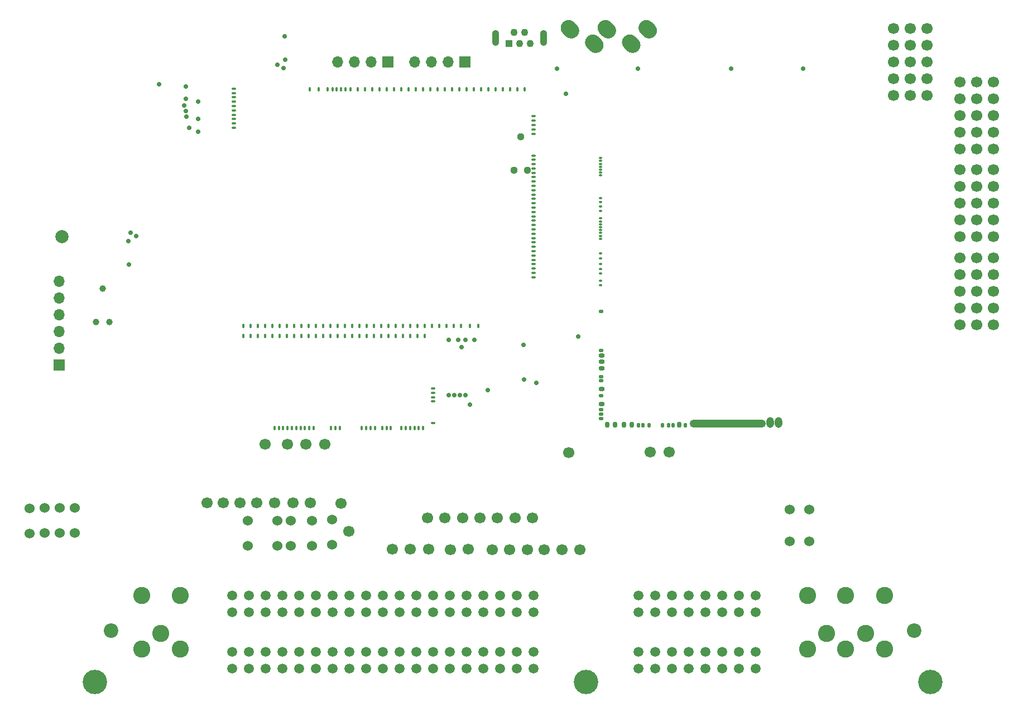
<source format=gbs>
G75*
G70*
%OFA0B0*%
%FSLAX25Y25*%
%IPPOS*%
%LPD*%
%AMOC8*
5,1,8,0,0,1.08239X$1,22.5*
%
%AMM69*
21,1,0.015350,0.009840,0.000000,0.000000,0.000000*
21,1,0.000000,0.025200,0.000000,0.000000,0.000000*
1,1,0.015350,0.000000,-0.004920*
1,1,0.015350,0.000000,-0.004920*
1,1,0.015350,0.000000,0.004920*
1,1,0.015350,0.000000,0.004920*
%
%AMM70*
21,1,0.015350,0.009840,0.000000,0.000000,270.000000*
21,1,0.000000,0.025200,0.000000,0.000000,270.000000*
1,1,0.015350,-0.004920,0.000000*
1,1,0.015350,-0.004920,0.000000*
1,1,0.015350,0.004920,0.000000*
1,1,0.015350,0.004920,0.000000*
%
%AMM85*
21,1,0.015350,0.009840,0.000000,0.000000,90.000000*
21,1,0.000000,0.025200,0.000000,0.000000,90.000000*
1,1,0.015350,0.004920,0.000000*
1,1,0.015350,0.004920,0.000000*
1,1,0.015350,-0.004920,0.000000*
1,1,0.015350,-0.004920,0.000000*
%
%ADD122O,0.04331X0.09449*%
%ADD127M70*%
%ADD130O,0.03937X0.05906*%
%ADD131C,0.02362*%
%ADD144O,0.01575X0.02362*%
%ADD151O,0.03701X0.02913*%
%ADD153O,0.06693X0.06693*%
%ADD161C,0.14567*%
%ADD166O,0.02913X0.02126*%
%ADD170O,0.02362X0.03150*%
%ADD187O,0.04488X0.06457*%
%ADD199O,0.45433X0.04882*%
%ADD214C,0.05906*%
%ADD233O,0.03150X0.02362*%
%ADD234O,0.02362X0.01575*%
%ADD243M85*%
%ADD244C,0.06000*%
%ADD259C,0.04451*%
%ADD263R,0.04331X0.04331*%
%ADD267C,0.08661*%
%ADD268C,0.04331*%
%ADD296O,0.02126X0.01339*%
%ADD306O,0.02913X0.03701*%
%ADD308O,0.01575X0.00787*%
%ADD311C,0.03900*%
%ADD39M69*%
%ADD40C,0.06693*%
%ADD42C,0.07874*%
%ADD49R,0.06693X0.06693*%
%ADD51O,0.44882X0.04331*%
%ADD72C,0.10236*%
%ADD76O,0.02126X0.02913*%
%ADD90C,0.02913*%
X0000000Y0000000D02*
%LPD*%
G01*
D161*
X0572236Y0021622D03*
X0073417Y0021622D03*
X0366724Y0021622D03*
D267*
X0562591Y0052331D03*
X0083063Y0052331D03*
D72*
X0101370Y0041307D03*
X0124205Y0041307D03*
X0112787Y0050480D03*
X0101370Y0073315D03*
X0124205Y0073315D03*
D214*
X0335307Y0073315D03*
X0325307Y0073315D03*
X0315307Y0073315D03*
X0305307Y0073315D03*
X0295307Y0073315D03*
X0285307Y0073315D03*
X0275307Y0073315D03*
X0265307Y0073315D03*
X0255307Y0073315D03*
X0245307Y0073315D03*
X0235307Y0073315D03*
X0225307Y0073315D03*
X0215307Y0073315D03*
X0205307Y0073315D03*
X0195307Y0073315D03*
X0185307Y0073315D03*
X0175307Y0073315D03*
X0165307Y0073315D03*
X0155307Y0073315D03*
X0335307Y0063315D03*
X0325307Y0063315D03*
X0315307Y0063315D03*
X0305307Y0063315D03*
X0295307Y0063315D03*
X0285307Y0063315D03*
X0275307Y0063315D03*
X0265307Y0063315D03*
X0255307Y0063315D03*
X0245307Y0063315D03*
X0235307Y0063315D03*
X0225307Y0063315D03*
X0215307Y0063315D03*
X0205307Y0063315D03*
X0195307Y0063315D03*
X0185307Y0063315D03*
X0175307Y0063315D03*
X0165307Y0063315D03*
X0155307Y0063315D03*
X0335307Y0039496D03*
X0325307Y0039496D03*
X0315307Y0039496D03*
X0305307Y0039496D03*
X0295307Y0039496D03*
X0285307Y0039496D03*
X0275307Y0039496D03*
X0265307Y0039496D03*
X0255307Y0039496D03*
X0245307Y0039496D03*
X0235307Y0039496D03*
X0225307Y0039496D03*
X0215307Y0039496D03*
X0205307Y0039496D03*
X0195307Y0039496D03*
X0185307Y0039496D03*
X0175307Y0039496D03*
X0165307Y0039496D03*
X0155307Y0039496D03*
X0335307Y0029496D03*
X0325307Y0029496D03*
X0315307Y0029496D03*
X0305307Y0029496D03*
X0295307Y0029496D03*
X0285307Y0029496D03*
X0275307Y0029496D03*
X0265307Y0029496D03*
X0255307Y0029496D03*
X0245307Y0029496D03*
X0235307Y0029496D03*
X0225307Y0029496D03*
X0215307Y0029496D03*
X0205307Y0029496D03*
X0195307Y0029496D03*
X0185307Y0029496D03*
X0175307Y0029496D03*
X0165307Y0029496D03*
X0155307Y0029496D03*
X0398181Y0029496D03*
X0408181Y0029496D03*
X0418181Y0029496D03*
X0428181Y0029496D03*
X0438181Y0029496D03*
X0448181Y0029496D03*
X0458181Y0029496D03*
X0468181Y0029496D03*
X0398181Y0039496D03*
X0408181Y0039496D03*
X0418181Y0039496D03*
X0428181Y0039496D03*
X0438181Y0039496D03*
X0448181Y0039496D03*
X0458181Y0039496D03*
X0468181Y0039496D03*
X0398181Y0063315D03*
X0408181Y0063315D03*
X0418181Y0063315D03*
X0428181Y0063315D03*
X0438181Y0063315D03*
X0448181Y0063315D03*
X0458181Y0063315D03*
X0468181Y0063315D03*
X0398181Y0073315D03*
X0408181Y0073315D03*
X0418181Y0073315D03*
X0428181Y0073315D03*
X0438181Y0073315D03*
X0448181Y0073315D03*
X0458181Y0073315D03*
X0468181Y0073315D03*
D72*
X0499008Y0041307D03*
X0521843Y0041307D03*
X0545071Y0041307D03*
X0510425Y0050480D03*
X0533654Y0050480D03*
X0499008Y0073315D03*
X0521843Y0073315D03*
X0545071Y0073315D03*
G36*
G01*
X0335982Y0358942D02*
X0334998Y0358942D01*
G75*
G02*
X0334506Y0359435I0000000J0000492D01*
G01*
X0334506Y0359435D01*
G75*
G02*
X0334998Y0359927I0000492J0000000D01*
G01*
X0335982Y0359927D01*
G75*
G02*
X0336474Y0359435I0000000J-000492D01*
G01*
X0336474Y0359435D01*
G75*
G02*
X0335982Y0358942I-000492J0000000D01*
G01*
G37*
G36*
G01*
X0334998Y0357328D02*
X0335982Y0357328D01*
G75*
G02*
X0336474Y0356836I0000000J-000492D01*
G01*
X0336474Y0356836D01*
G75*
G02*
X0335982Y0356344I-000492J0000000D01*
G01*
X0334998Y0356344D01*
G75*
G02*
X0334506Y0356836I0000000J0000492D01*
G01*
X0334506Y0356836D01*
G75*
G02*
X0334998Y0357328I0000492J0000000D01*
G01*
G37*
G36*
G01*
X0334998Y0354730D02*
X0335982Y0354730D01*
G75*
G02*
X0336474Y0354238I0000000J-000492D01*
G01*
X0336474Y0354238D01*
G75*
G02*
X0335982Y0353746I-000492J0000000D01*
G01*
X0334998Y0353746D01*
G75*
G02*
X0334506Y0354238I0000000J0000492D01*
G01*
X0334506Y0354238D01*
G75*
G02*
X0334998Y0354730I0000492J0000000D01*
G01*
G37*
G36*
G01*
X0334998Y0352131D02*
X0335982Y0352131D01*
G75*
G02*
X0336474Y0351639I0000000J-000492D01*
G01*
X0336474Y0351639D01*
G75*
G02*
X0335982Y0351147I-000492J0000000D01*
G01*
X0334998Y0351147D01*
G75*
G02*
X0334506Y0351639I0000000J0000492D01*
G01*
X0334506Y0351639D01*
G75*
G02*
X0334998Y0352131I0000492J0000000D01*
G01*
G37*
G36*
G01*
X0334998Y0349533D02*
X0335982Y0349533D01*
G75*
G02*
X0336474Y0349041I0000000J-000492D01*
G01*
X0336474Y0349041D01*
G75*
G02*
X0335982Y0348549I-000492J0000000D01*
G01*
X0334998Y0348549D01*
G75*
G02*
X0334506Y0349041I0000000J0000492D01*
G01*
X0334506Y0349041D01*
G75*
G02*
X0334998Y0349533I0000492J0000000D01*
G01*
G37*
G36*
G01*
X0334998Y0336541D02*
X0335982Y0336541D01*
G75*
G02*
X0336474Y0336049I0000000J-000492D01*
G01*
X0336474Y0336049D01*
G75*
G02*
X0335982Y0335557I-000492J0000000D01*
G01*
X0334998Y0335557D01*
G75*
G02*
X0334506Y0336049I0000000J0000492D01*
G01*
X0334506Y0336049D01*
G75*
G02*
X0334998Y0336541I0000492J0000000D01*
G01*
G37*
G36*
G01*
X0334998Y0333942D02*
X0335982Y0333942D01*
G75*
G02*
X0336474Y0333450I0000000J-000492D01*
G01*
X0336474Y0333450D01*
G75*
G02*
X0335982Y0332958I-000492J0000000D01*
G01*
X0334998Y0332958D01*
G75*
G02*
X0334506Y0333450I0000000J0000492D01*
G01*
X0334506Y0333450D01*
G75*
G02*
X0334998Y0333942I0000492J0000000D01*
G01*
G37*
G36*
G01*
X0334998Y0331344D02*
X0335982Y0331344D01*
G75*
G02*
X0336474Y0330852I0000000J-000492D01*
G01*
X0336474Y0330852D01*
G75*
G02*
X0335982Y0330360I-000492J0000000D01*
G01*
X0334998Y0330360D01*
G75*
G02*
X0334506Y0330852I0000000J0000492D01*
G01*
X0334506Y0330852D01*
G75*
G02*
X0334998Y0331344I0000492J0000000D01*
G01*
G37*
G36*
G01*
X0334998Y0328746D02*
X0335982Y0328746D01*
G75*
G02*
X0336474Y0328253I0000000J-000492D01*
G01*
X0336474Y0328253D01*
G75*
G02*
X0335982Y0327761I-000492J0000000D01*
G01*
X0334998Y0327761D01*
G75*
G02*
X0334506Y0328253I0000000J0000492D01*
G01*
X0334506Y0328253D01*
G75*
G02*
X0334998Y0328746I0000492J0000000D01*
G01*
G37*
G36*
G01*
X0334998Y0326147D02*
X0335982Y0326147D01*
G75*
G02*
X0336474Y0325655I0000000J-000492D01*
G01*
X0336474Y0325655D01*
G75*
G02*
X0335982Y0325163I-000492J0000000D01*
G01*
X0334998Y0325163D01*
G75*
G02*
X0334506Y0325655I0000000J0000492D01*
G01*
X0334506Y0325655D01*
G75*
G02*
X0334998Y0326147I0000492J0000000D01*
G01*
G37*
G36*
G01*
X0334998Y0323549D02*
X0335982Y0323549D01*
G75*
G02*
X0336474Y0323057I0000000J-000492D01*
G01*
X0336474Y0323057D01*
G75*
G02*
X0335982Y0322564I-000492J0000000D01*
G01*
X0334998Y0322564D01*
G75*
G02*
X0334506Y0323057I0000000J0000492D01*
G01*
X0334506Y0323057D01*
G75*
G02*
X0334998Y0323549I0000492J0000000D01*
G01*
G37*
G36*
G01*
X0334998Y0320950D02*
X0335982Y0320950D01*
G75*
G02*
X0336474Y0320458I0000000J-000492D01*
G01*
X0336474Y0320458D01*
G75*
G02*
X0335982Y0319966I-000492J0000000D01*
G01*
X0334998Y0319966D01*
G75*
G02*
X0334506Y0320458I0000000J0000492D01*
G01*
X0334506Y0320458D01*
G75*
G02*
X0334998Y0320950I0000492J0000000D01*
G01*
G37*
G36*
G01*
X0334998Y0318352D02*
X0335982Y0318352D01*
G75*
G02*
X0336474Y0317860I0000000J-000492D01*
G01*
X0336474Y0317860D01*
G75*
G02*
X0335982Y0317368I-000492J0000000D01*
G01*
X0334998Y0317368D01*
G75*
G02*
X0334506Y0317860I0000000J0000492D01*
G01*
X0334506Y0317860D01*
G75*
G02*
X0334998Y0318352I0000492J0000000D01*
G01*
G37*
G36*
G01*
X0334998Y0315753D02*
X0335982Y0315753D01*
G75*
G02*
X0336474Y0315261I0000000J-000492D01*
G01*
X0336474Y0315261D01*
G75*
G02*
X0335982Y0314769I-000492J0000000D01*
G01*
X0334998Y0314769D01*
G75*
G02*
X0334506Y0315261I0000000J0000492D01*
G01*
X0334506Y0315261D01*
G75*
G02*
X0334998Y0315753I0000492J0000000D01*
G01*
G37*
G36*
G01*
X0334998Y0313155D02*
X0335982Y0313155D01*
G75*
G02*
X0336474Y0312663I0000000J-000492D01*
G01*
X0336474Y0312663D01*
G75*
G02*
X0335982Y0312171I-000492J0000000D01*
G01*
X0334998Y0312171D01*
G75*
G02*
X0334506Y0312663I0000000J0000492D01*
G01*
X0334506Y0312663D01*
G75*
G02*
X0334998Y0313155I0000492J0000000D01*
G01*
G37*
G36*
G01*
X0334998Y0310557D02*
X0335982Y0310557D01*
G75*
G02*
X0336474Y0310064I0000000J-000492D01*
G01*
X0336474Y0310064D01*
G75*
G02*
X0335982Y0309572I-000492J0000000D01*
G01*
X0334998Y0309572D01*
G75*
G02*
X0334506Y0310064I0000000J0000492D01*
G01*
X0334506Y0310064D01*
G75*
G02*
X0334998Y0310557I0000492J0000000D01*
G01*
G37*
G36*
G01*
X0334998Y0307958D02*
X0335982Y0307958D01*
G75*
G02*
X0336474Y0307466I0000000J-000492D01*
G01*
X0336474Y0307466D01*
G75*
G02*
X0335982Y0306974I-000492J0000000D01*
G01*
X0334998Y0306974D01*
G75*
G02*
X0334506Y0307466I0000000J0000492D01*
G01*
X0334506Y0307466D01*
G75*
G02*
X0334998Y0307958I0000492J0000000D01*
G01*
G37*
G36*
G01*
X0334998Y0305360D02*
X0335982Y0305360D01*
G75*
G02*
X0336474Y0304868I0000000J-000492D01*
G01*
X0336474Y0304868D01*
G75*
G02*
X0335982Y0304375I-000492J0000000D01*
G01*
X0334998Y0304375D01*
G75*
G02*
X0334506Y0304868I0000000J0000492D01*
G01*
X0334506Y0304868D01*
G75*
G02*
X0334998Y0305360I0000492J0000000D01*
G01*
G37*
G36*
G01*
X0334998Y0302761D02*
X0335982Y0302761D01*
G75*
G02*
X0336474Y0302269I0000000J-000492D01*
G01*
X0336474Y0302269D01*
G75*
G02*
X0335982Y0301777I-000492J0000000D01*
G01*
X0334998Y0301777D01*
G75*
G02*
X0334506Y0302269I0000000J0000492D01*
G01*
X0334506Y0302269D01*
G75*
G02*
X0334998Y0302761I0000492J0000000D01*
G01*
G37*
G36*
G01*
X0334998Y0300163D02*
X0335982Y0300163D01*
G75*
G02*
X0336474Y0299671I0000000J-000492D01*
G01*
X0336474Y0299671D01*
G75*
G02*
X0335982Y0299179I-000492J0000000D01*
G01*
X0334998Y0299179D01*
G75*
G02*
X0334506Y0299671I0000000J0000492D01*
G01*
X0334506Y0299671D01*
G75*
G02*
X0334998Y0300163I0000492J0000000D01*
G01*
G37*
G36*
G01*
X0334998Y0297564D02*
X0335982Y0297564D01*
G75*
G02*
X0336474Y0297072I0000000J-000492D01*
G01*
X0336474Y0297072D01*
G75*
G02*
X0335982Y0296580I-000492J0000000D01*
G01*
X0334998Y0296580D01*
G75*
G02*
X0334506Y0297072I0000000J0000492D01*
G01*
X0334506Y0297072D01*
G75*
G02*
X0334998Y0297564I0000492J0000000D01*
G01*
G37*
G36*
G01*
X0334998Y0294966D02*
X0335982Y0294966D01*
G75*
G02*
X0336474Y0294474I0000000J-000492D01*
G01*
X0336474Y0294474D01*
G75*
G02*
X0335982Y0293982I-000492J0000000D01*
G01*
X0334998Y0293982D01*
G75*
G02*
X0334506Y0294474I0000000J0000492D01*
G01*
X0334506Y0294474D01*
G75*
G02*
X0334998Y0294966I0000492J0000000D01*
G01*
G37*
G36*
G01*
X0334998Y0292368D02*
X0335982Y0292368D01*
G75*
G02*
X0336474Y0291875I0000000J-000492D01*
G01*
X0336474Y0291875D01*
G75*
G02*
X0335982Y0291383I-000492J0000000D01*
G01*
X0334998Y0291383D01*
G75*
G02*
X0334506Y0291875I0000000J0000492D01*
G01*
X0334506Y0291875D01*
G75*
G02*
X0334998Y0292368I0000492J0000000D01*
G01*
G37*
G36*
G01*
X0334998Y0289769D02*
X0335982Y0289769D01*
G75*
G02*
X0336474Y0289277I0000000J-000492D01*
G01*
X0336474Y0289277D01*
G75*
G02*
X0335982Y0288785I-000492J0000000D01*
G01*
X0334998Y0288785D01*
G75*
G02*
X0334506Y0289277I0000000J0000492D01*
G01*
X0334506Y0289277D01*
G75*
G02*
X0334998Y0289769I0000492J0000000D01*
G01*
G37*
G36*
G01*
X0334998Y0287171D02*
X0335982Y0287171D01*
G75*
G02*
X0336474Y0286679I0000000J-000492D01*
G01*
X0336474Y0286679D01*
G75*
G02*
X0335982Y0286187I-000492J0000000D01*
G01*
X0334998Y0286187D01*
G75*
G02*
X0334506Y0286679I0000000J0000492D01*
G01*
X0334506Y0286679D01*
G75*
G02*
X0334998Y0287171I0000492J0000000D01*
G01*
G37*
G36*
G01*
X0334998Y0284572D02*
X0335982Y0284572D01*
G75*
G02*
X0336474Y0284080I0000000J-000492D01*
G01*
X0336474Y0284080D01*
G75*
G02*
X0335982Y0283588I-000492J0000000D01*
G01*
X0334998Y0283588D01*
G75*
G02*
X0334506Y0284080I0000000J0000492D01*
G01*
X0334506Y0284080D01*
G75*
G02*
X0334998Y0284572I0000492J0000000D01*
G01*
G37*
G36*
G01*
X0334998Y0281974D02*
X0335982Y0281974D01*
G75*
G02*
X0336474Y0281482I0000000J-000492D01*
G01*
X0336474Y0281482D01*
G75*
G02*
X0335982Y0280990I-000492J0000000D01*
G01*
X0334998Y0280990D01*
G75*
G02*
X0334506Y0281482I0000000J0000492D01*
G01*
X0334506Y0281482D01*
G75*
G02*
X0334998Y0281974I0000492J0000000D01*
G01*
G37*
G36*
G01*
X0334998Y0279375D02*
X0335982Y0279375D01*
G75*
G02*
X0336474Y0278883I0000000J-000492D01*
G01*
X0336474Y0278883D01*
G75*
G02*
X0335982Y0278391I-000492J0000000D01*
G01*
X0334998Y0278391D01*
G75*
G02*
X0334506Y0278883I0000000J0000492D01*
G01*
X0334506Y0278883D01*
G75*
G02*
X0334998Y0279375I0000492J0000000D01*
G01*
G37*
G36*
G01*
X0334998Y0276777D02*
X0335982Y0276777D01*
G75*
G02*
X0336474Y0276285I0000000J-000492D01*
G01*
X0336474Y0276285D01*
G75*
G02*
X0335982Y0275793I-000492J0000000D01*
G01*
X0334998Y0275793D01*
G75*
G02*
X0334506Y0276285I0000000J0000492D01*
G01*
X0334506Y0276285D01*
G75*
G02*
X0334998Y0276777I0000492J0000000D01*
G01*
G37*
G36*
G01*
X0334998Y0274179D02*
X0335982Y0274179D01*
G75*
G02*
X0336474Y0273687I0000000J-000492D01*
G01*
X0336474Y0273687D01*
G75*
G02*
X0335982Y0273194I-000492J0000000D01*
G01*
X0334998Y0273194D01*
G75*
G02*
X0334506Y0273687I0000000J0000492D01*
G01*
X0334506Y0273687D01*
G75*
G02*
X0334998Y0274179I0000492J0000000D01*
G01*
G37*
G36*
G01*
X0334998Y0271580D02*
X0335982Y0271580D01*
G75*
G02*
X0336474Y0271088I0000000J-000492D01*
G01*
X0336474Y0271088D01*
G75*
G02*
X0335982Y0270596I-000492J0000000D01*
G01*
X0334998Y0270596D01*
G75*
G02*
X0334506Y0271088I0000000J0000492D01*
G01*
X0334506Y0271088D01*
G75*
G02*
X0334998Y0271580I0000492J0000000D01*
G01*
G37*
G36*
G01*
X0334998Y0268982D02*
X0335982Y0268982D01*
G75*
G02*
X0336474Y0268490I0000000J-000492D01*
G01*
X0336474Y0268490D01*
G75*
G02*
X0335982Y0267998I-000492J0000000D01*
G01*
X0334998Y0267998D01*
G75*
G02*
X0334506Y0268490I0000000J0000492D01*
G01*
X0334506Y0268490D01*
G75*
G02*
X0334998Y0268982I0000492J0000000D01*
G01*
G37*
G36*
G01*
X0334998Y0266383D02*
X0335982Y0266383D01*
G75*
G02*
X0336474Y0265891I0000000J-000492D01*
G01*
X0336474Y0265891D01*
G75*
G02*
X0335982Y0265399I-000492J0000000D01*
G01*
X0334998Y0265399D01*
G75*
G02*
X0334506Y0265891I0000000J0000492D01*
G01*
X0334506Y0265891D01*
G75*
G02*
X0334998Y0266383I0000492J0000000D01*
G01*
G37*
G36*
G01*
X0334998Y0263785D02*
X0335982Y0263785D01*
G75*
G02*
X0336474Y0263293I0000000J-000492D01*
G01*
X0336474Y0263293D01*
G75*
G02*
X0335982Y0262801I-000492J0000000D01*
G01*
X0334998Y0262801D01*
G75*
G02*
X0334506Y0263293I0000000J0000492D01*
G01*
X0334506Y0263293D01*
G75*
G02*
X0334998Y0263785I0000492J0000000D01*
G01*
G37*
G36*
G01*
X0202333Y0376175D02*
X0202333Y0375190D01*
G75*
G02*
X0201841Y0374698I-000492J0000000D01*
G01*
X0201841Y0374698D01*
G75*
G02*
X0201348Y0375190I0000000J0000492D01*
G01*
X0201348Y0376175D01*
G75*
G02*
X0201841Y0376667I0000492J0000000D01*
G01*
X0201841Y0376667D01*
G75*
G02*
X0202333Y0376175I0000000J-000492D01*
G01*
G37*
G36*
G01*
X0206545Y0375190D02*
X0206545Y0376175D01*
G75*
G02*
X0207037Y0376667I0000492J0000000D01*
G01*
X0207037Y0376667D01*
G75*
G02*
X0207530Y0376175I0000000J-000492D01*
G01*
X0207530Y0375190D01*
G75*
G02*
X0207037Y0374698I-000492J0000000D01*
G01*
X0207037Y0374698D01*
G75*
G02*
X0206545Y0375190I0000000J0000492D01*
G01*
G37*
G36*
G01*
X0211742Y0375190D02*
X0211742Y0376175D01*
G75*
G02*
X0212234Y0376667I0000492J0000000D01*
G01*
X0212234Y0376667D01*
G75*
G02*
X0212726Y0376175I0000000J-000492D01*
G01*
X0212726Y0375190D01*
G75*
G02*
X0212234Y0374698I-000492J0000000D01*
G01*
X0212234Y0374698D01*
G75*
G02*
X0211742Y0375190I0000000J0000492D01*
G01*
G37*
G36*
G01*
X0214734Y0375190D02*
X0214734Y0376175D01*
G75*
G02*
X0215226Y0376667I0000492J0000000D01*
G01*
X0215226Y0376667D01*
G75*
G02*
X0215719Y0376175I0000000J-000492D01*
G01*
X0215719Y0375190D01*
G75*
G02*
X0215226Y0374698I-000492J0000000D01*
G01*
X0215226Y0374698D01*
G75*
G02*
X0214734Y0375190I0000000J0000492D01*
G01*
G37*
G36*
G01*
X0217352Y0375190D02*
X0217352Y0376175D01*
G75*
G02*
X0217845Y0376667I0000492J0000000D01*
G01*
X0217845Y0376667D01*
G75*
G02*
X0218337Y0376175I0000000J-000492D01*
G01*
X0218337Y0375190D01*
G75*
G02*
X0217845Y0374698I-000492J0000000D01*
G01*
X0217845Y0374698D01*
G75*
G02*
X0217352Y0375190I0000000J0000492D01*
G01*
G37*
G36*
G01*
X0219971Y0375190D02*
X0219971Y0376175D01*
G75*
G02*
X0220463Y0376667I0000492J0000000D01*
G01*
X0220463Y0376667D01*
G75*
G02*
X0220955Y0376175I0000000J-000492D01*
G01*
X0220955Y0375190D01*
G75*
G02*
X0220463Y0374698I-000492J0000000D01*
G01*
X0220463Y0374698D01*
G75*
G02*
X0219971Y0375190I0000000J0000492D01*
G01*
G37*
G36*
G01*
X0222589Y0375190D02*
X0222589Y0376175D01*
G75*
G02*
X0223081Y0376667I0000492J0000000D01*
G01*
X0223081Y0376667D01*
G75*
G02*
X0223573Y0376175I0000000J-000492D01*
G01*
X0223573Y0375190D01*
G75*
G02*
X0223081Y0374698I-000492J0000000D01*
G01*
X0223081Y0374698D01*
G75*
G02*
X0222589Y0375190I0000000J0000492D01*
G01*
G37*
G36*
G01*
X0225640Y0375190D02*
X0225640Y0376175D01*
G75*
G02*
X0226132Y0376667I0000492J0000000D01*
G01*
X0226132Y0376667D01*
G75*
G02*
X0226624Y0376175I0000000J-000492D01*
G01*
X0226624Y0375190D01*
G75*
G02*
X0226132Y0374698I-000492J0000000D01*
G01*
X0226132Y0374698D01*
G75*
G02*
X0225640Y0375190I0000000J0000492D01*
G01*
G37*
G36*
G01*
X0229970Y0375190D02*
X0229970Y0376175D01*
G75*
G02*
X0230463Y0376667I0000492J0000000D01*
G01*
X0230463Y0376667D01*
G75*
G02*
X0230955Y0376175I0000000J-000492D01*
G01*
X0230955Y0375190D01*
G75*
G02*
X0230463Y0374698I-000492J0000000D01*
G01*
X0230463Y0374698D01*
G75*
G02*
X0229970Y0375190I0000000J0000492D01*
G01*
G37*
G36*
G01*
X0234301Y0375190D02*
X0234301Y0376175D01*
G75*
G02*
X0234793Y0376667I0000492J0000000D01*
G01*
X0234793Y0376667D01*
G75*
G02*
X0235285Y0376175I0000000J-000492D01*
G01*
X0235285Y0375190D01*
G75*
G02*
X0234793Y0374698I-000492J0000000D01*
G01*
X0234793Y0374698D01*
G75*
G02*
X0234301Y0375190I0000000J0000492D01*
G01*
G37*
G36*
G01*
X0238632Y0375190D02*
X0238632Y0376175D01*
G75*
G02*
X0239124Y0376667I0000492J0000000D01*
G01*
X0239124Y0376667D01*
G75*
G02*
X0239616Y0376175I0000000J-000492D01*
G01*
X0239616Y0375190D01*
G75*
G02*
X0239124Y0374698I-000492J0000000D01*
G01*
X0239124Y0374698D01*
G75*
G02*
X0238632Y0375190I0000000J0000492D01*
G01*
G37*
G36*
G01*
X0242963Y0375190D02*
X0242963Y0376175D01*
G75*
G02*
X0243455Y0376667I0000492J0000000D01*
G01*
X0243455Y0376667D01*
G75*
G02*
X0243947Y0376175I0000000J-000492D01*
G01*
X0243947Y0375190D01*
G75*
G02*
X0243455Y0374698I-000492J0000000D01*
G01*
X0243455Y0374698D01*
G75*
G02*
X0242963Y0375190I0000000J0000492D01*
G01*
G37*
G36*
G01*
X0247293Y0375190D02*
X0247293Y0376175D01*
G75*
G02*
X0247785Y0376667I0000492J0000000D01*
G01*
X0247785Y0376667D01*
G75*
G02*
X0248278Y0376175I0000000J-000492D01*
G01*
X0248278Y0375190D01*
G75*
G02*
X0247785Y0374698I-000492J0000000D01*
G01*
X0247785Y0374698D01*
G75*
G02*
X0247293Y0375190I0000000J0000492D01*
G01*
G37*
G36*
G01*
X0251624Y0375190D02*
X0251624Y0376175D01*
G75*
G02*
X0252116Y0376667I0000492J0000000D01*
G01*
X0252116Y0376667D01*
G75*
G02*
X0252608Y0376175I0000000J-000492D01*
G01*
X0252608Y0375190D01*
G75*
G02*
X0252116Y0374698I-000492J0000000D01*
G01*
X0252116Y0374698D01*
G75*
G02*
X0251624Y0375190I0000000J0000492D01*
G01*
G37*
G36*
G01*
X0255955Y0375190D02*
X0255955Y0376175D01*
G75*
G02*
X0256447Y0376667I0000492J0000000D01*
G01*
X0256447Y0376667D01*
G75*
G02*
X0256939Y0376175I0000000J-000492D01*
G01*
X0256939Y0375190D01*
G75*
G02*
X0256447Y0374698I-000492J0000000D01*
G01*
X0256447Y0374698D01*
G75*
G02*
X0255955Y0375190I0000000J0000492D01*
G01*
G37*
G36*
G01*
X0260285Y0375190D02*
X0260285Y0376175D01*
G75*
G02*
X0260777Y0376667I0000492J0000000D01*
G01*
X0260777Y0376667D01*
G75*
G02*
X0261270Y0376175I0000000J-000492D01*
G01*
X0261270Y0375190D01*
G75*
G02*
X0260777Y0374698I-000492J0000000D01*
G01*
X0260777Y0374698D01*
G75*
G02*
X0260285Y0375190I0000000J0000492D01*
G01*
G37*
G36*
G01*
X0264616Y0375190D02*
X0264616Y0376175D01*
G75*
G02*
X0265108Y0376667I0000492J0000000D01*
G01*
X0265108Y0376667D01*
G75*
G02*
X0265600Y0376175I0000000J-000492D01*
G01*
X0265600Y0375190D01*
G75*
G02*
X0265108Y0374698I-000492J0000000D01*
G01*
X0265108Y0374698D01*
G75*
G02*
X0264616Y0375190I0000000J0000492D01*
G01*
G37*
G36*
G01*
X0268947Y0375190D02*
X0268947Y0376175D01*
G75*
G02*
X0269439Y0376667I0000492J0000000D01*
G01*
X0269439Y0376667D01*
G75*
G02*
X0269931Y0376175I0000000J-000492D01*
G01*
X0269931Y0375190D01*
G75*
G02*
X0269439Y0374698I-000492J0000000D01*
G01*
X0269439Y0374698D01*
G75*
G02*
X0268947Y0375190I0000000J0000492D01*
G01*
G37*
G36*
G01*
X0273277Y0375190D02*
X0273277Y0376175D01*
G75*
G02*
X0273770Y0376667I0000492J0000000D01*
G01*
X0273770Y0376667D01*
G75*
G02*
X0274262Y0376175I0000000J-000492D01*
G01*
X0274262Y0375190D01*
G75*
G02*
X0273770Y0374698I-000492J0000000D01*
G01*
X0273770Y0374698D01*
G75*
G02*
X0273277Y0375190I0000000J0000492D01*
G01*
G37*
G36*
G01*
X0277608Y0375190D02*
X0277608Y0376175D01*
G75*
G02*
X0278100Y0376667I0000492J0000000D01*
G01*
X0278100Y0376667D01*
G75*
G02*
X0278592Y0376175I0000000J-000492D01*
G01*
X0278592Y0375190D01*
G75*
G02*
X0278100Y0374698I-000492J0000000D01*
G01*
X0278100Y0374698D01*
G75*
G02*
X0277608Y0375190I0000000J0000492D01*
G01*
G37*
G36*
G01*
X0281939Y0375190D02*
X0281939Y0376175D01*
G75*
G02*
X0282431Y0376667I0000492J0000000D01*
G01*
X0282431Y0376667D01*
G75*
G02*
X0282923Y0376175I0000000J-000492D01*
G01*
X0282923Y0375190D01*
G75*
G02*
X0282431Y0374698I-000492J0000000D01*
G01*
X0282431Y0374698D01*
G75*
G02*
X0281939Y0375190I0000000J0000492D01*
G01*
G37*
G36*
G01*
X0286270Y0375190D02*
X0286270Y0376175D01*
G75*
G02*
X0286762Y0376667I0000492J0000000D01*
G01*
X0286762Y0376667D01*
G75*
G02*
X0287254Y0376175I0000000J-000492D01*
G01*
X0287254Y0375190D01*
G75*
G02*
X0286762Y0374698I-000492J0000000D01*
G01*
X0286762Y0374698D01*
G75*
G02*
X0286270Y0375190I0000000J0000492D01*
G01*
G37*
G36*
G01*
X0290600Y0375190D02*
X0290600Y0376175D01*
G75*
G02*
X0291092Y0376667I0000492J0000000D01*
G01*
X0291092Y0376667D01*
G75*
G02*
X0291585Y0376175I0000000J-000492D01*
G01*
X0291585Y0375190D01*
G75*
G02*
X0291092Y0374698I-000492J0000000D01*
G01*
X0291092Y0374698D01*
G75*
G02*
X0290600Y0375190I0000000J0000492D01*
G01*
G37*
G36*
G01*
X0294931Y0375190D02*
X0294931Y0376175D01*
G75*
G02*
X0295423Y0376667I0000492J0000000D01*
G01*
X0295423Y0376667D01*
G75*
G02*
X0295915Y0376175I0000000J-000492D01*
G01*
X0295915Y0375190D01*
G75*
G02*
X0295423Y0374698I-000492J0000000D01*
G01*
X0295423Y0374698D01*
G75*
G02*
X0294931Y0375190I0000000J0000492D01*
G01*
G37*
G36*
G01*
X0299262Y0375190D02*
X0299262Y0376175D01*
G75*
G02*
X0299754Y0376667I0000492J0000000D01*
G01*
X0299754Y0376667D01*
G75*
G02*
X0300246Y0376175I0000000J-000492D01*
G01*
X0300246Y0375190D01*
G75*
G02*
X0299754Y0374698I-000492J0000000D01*
G01*
X0299754Y0374698D01*
G75*
G02*
X0299262Y0375190I0000000J0000492D01*
G01*
G37*
G36*
G01*
X0303592Y0375190D02*
X0303592Y0376175D01*
G75*
G02*
X0304084Y0376667I0000492J0000000D01*
G01*
X0304084Y0376667D01*
G75*
G02*
X0304577Y0376175I0000000J-000492D01*
G01*
X0304577Y0375190D01*
G75*
G02*
X0304084Y0374698I-000492J0000000D01*
G01*
X0304084Y0374698D01*
G75*
G02*
X0303592Y0375190I0000000J0000492D01*
G01*
G37*
G36*
G01*
X0307923Y0375190D02*
X0307923Y0376175D01*
G75*
G02*
X0308415Y0376667I0000492J0000000D01*
G01*
X0308415Y0376667D01*
G75*
G02*
X0308907Y0376175I0000000J-000492D01*
G01*
X0308907Y0375190D01*
G75*
G02*
X0308415Y0374698I-000492J0000000D01*
G01*
X0308415Y0374698D01*
G75*
G02*
X0307923Y0375190I0000000J0000492D01*
G01*
G37*
G36*
G01*
X0312254Y0375190D02*
X0312254Y0376175D01*
G75*
G02*
X0312746Y0376667I0000492J0000000D01*
G01*
X0312746Y0376667D01*
G75*
G02*
X0313238Y0376175I0000000J-000492D01*
G01*
X0313238Y0375190D01*
G75*
G02*
X0312746Y0374698I-000492J0000000D01*
G01*
X0312746Y0374698D01*
G75*
G02*
X0312254Y0375190I0000000J0000492D01*
G01*
G37*
G36*
G01*
X0316584Y0375190D02*
X0316584Y0376175D01*
G75*
G02*
X0317077Y0376667I0000492J0000000D01*
G01*
X0317077Y0376667D01*
G75*
G02*
X0317569Y0376175I0000000J-000492D01*
G01*
X0317569Y0375190D01*
G75*
G02*
X0317077Y0374698I-000492J0000000D01*
G01*
X0317077Y0374698D01*
G75*
G02*
X0316584Y0375190I0000000J0000492D01*
G01*
G37*
G36*
G01*
X0320915Y0375190D02*
X0320915Y0376175D01*
G75*
G02*
X0321407Y0376667I0000492J0000000D01*
G01*
X0321407Y0376667D01*
G75*
G02*
X0321899Y0376175I0000000J-000492D01*
G01*
X0321899Y0375190D01*
G75*
G02*
X0321407Y0374698I-000492J0000000D01*
G01*
X0321407Y0374698D01*
G75*
G02*
X0320915Y0375190I0000000J0000492D01*
G01*
G37*
G36*
G01*
X0325246Y0375190D02*
X0325246Y0376175D01*
G75*
G02*
X0325738Y0376667I0000492J0000000D01*
G01*
X0325738Y0376667D01*
G75*
G02*
X0326230Y0376175I0000000J-000492D01*
G01*
X0326230Y0375190D01*
G75*
G02*
X0325738Y0374698I-000492J0000000D01*
G01*
X0325738Y0374698D01*
G75*
G02*
X0325246Y0375190I0000000J0000492D01*
G01*
G37*
G36*
G01*
X0329577Y0375190D02*
X0329577Y0376175D01*
G75*
G02*
X0330069Y0376667I0000492J0000000D01*
G01*
X0330069Y0376667D01*
G75*
G02*
X0330561Y0376175I0000000J-000492D01*
G01*
X0330561Y0375190D01*
G75*
G02*
X0330069Y0374698I-000492J0000000D01*
G01*
X0330069Y0374698D01*
G75*
G02*
X0329577Y0375190I0000000J0000492D01*
G01*
G37*
G36*
G01*
X0302018Y0233738D02*
X0302018Y0234722D01*
G75*
G02*
X0302510Y0235214I0000492J0000000D01*
G01*
X0302510Y0235214D01*
G75*
G02*
X0303002Y0234722I0000000J-000492D01*
G01*
X0303002Y0233738D01*
G75*
G02*
X0302510Y0233246I-000492J0000000D01*
G01*
X0302510Y0233246D01*
G75*
G02*
X0302018Y0233738I0000000J0000492D01*
G01*
G37*
G36*
G01*
X0297805Y0234722D02*
X0297805Y0233738D01*
G75*
G02*
X0297313Y0233246I-000492J0000000D01*
G01*
X0297313Y0233246D01*
G75*
G02*
X0296821Y0233738I0000000J0000492D01*
G01*
X0296821Y0234722D01*
G75*
G02*
X0297313Y0235214I0000492J0000000D01*
G01*
X0297313Y0235214D01*
G75*
G02*
X0297805Y0234722I0000000J-000492D01*
G01*
G37*
G36*
G01*
X0292608Y0234722D02*
X0292608Y0233738D01*
G75*
G02*
X0292116Y0233246I-000492J0000000D01*
G01*
X0292116Y0233246D01*
G75*
G02*
X0291624Y0233738I0000000J0000492D01*
G01*
X0291624Y0234722D01*
G75*
G02*
X0292116Y0235214I0000492J0000000D01*
G01*
X0292116Y0235214D01*
G75*
G02*
X0292608Y0234722I0000000J-000492D01*
G01*
G37*
G36*
G01*
X0288278Y0234722D02*
X0288278Y0233738D01*
G75*
G02*
X0287785Y0233246I-000492J0000000D01*
G01*
X0287785Y0233246D01*
G75*
G02*
X0287293Y0233738I0000000J0000492D01*
G01*
X0287293Y0234722D01*
G75*
G02*
X0287785Y0235214I0000492J0000000D01*
G01*
X0287785Y0235214D01*
G75*
G02*
X0288278Y0234722I0000000J-000492D01*
G01*
G37*
G36*
G01*
X0283947Y0234722D02*
X0283947Y0233738D01*
G75*
G02*
X0283455Y0233246I-000492J0000000D01*
G01*
X0283455Y0233246D01*
G75*
G02*
X0282963Y0233738I0000000J0000492D01*
G01*
X0282963Y0234722D01*
G75*
G02*
X0283455Y0235214I0000492J0000000D01*
G01*
X0283455Y0235214D01*
G75*
G02*
X0283947Y0234722I0000000J-000492D01*
G01*
G37*
G36*
G01*
X0279616Y0234722D02*
X0279616Y0233738D01*
G75*
G02*
X0279124Y0233246I-000492J0000000D01*
G01*
X0279124Y0233246D01*
G75*
G02*
X0278632Y0233738I0000000J0000492D01*
G01*
X0278632Y0234722D01*
G75*
G02*
X0279124Y0235214I0000492J0000000D01*
G01*
X0279124Y0235214D01*
G75*
G02*
X0279616Y0234722I0000000J-000492D01*
G01*
G37*
G36*
G01*
X0275285Y0234722D02*
X0275285Y0233738D01*
G75*
G02*
X0274793Y0233246I-000492J0000000D01*
G01*
X0274793Y0233246D01*
G75*
G02*
X0274301Y0233738I0000000J0000492D01*
G01*
X0274301Y0234722D01*
G75*
G02*
X0274793Y0235214I0000492J0000000D01*
G01*
X0274793Y0235214D01*
G75*
G02*
X0275285Y0234722I0000000J-000492D01*
G01*
G37*
G36*
G01*
X0270955Y0234722D02*
X0270955Y0233738D01*
G75*
G02*
X0270463Y0233246I-000492J0000000D01*
G01*
X0270463Y0233246D01*
G75*
G02*
X0269971Y0233738I0000000J0000492D01*
G01*
X0269971Y0234722D01*
G75*
G02*
X0270463Y0235214I0000492J0000000D01*
G01*
X0270463Y0235214D01*
G75*
G02*
X0270955Y0234722I0000000J-000492D01*
G01*
G37*
G36*
G01*
X0266624Y0234722D02*
X0266624Y0233738D01*
G75*
G02*
X0266132Y0233246I-000492J0000000D01*
G01*
X0266132Y0233246D01*
G75*
G02*
X0265640Y0233738I0000000J0000492D01*
G01*
X0265640Y0234722D01*
G75*
G02*
X0266132Y0235214I0000492J0000000D01*
G01*
X0266132Y0235214D01*
G75*
G02*
X0266624Y0234722I0000000J-000492D01*
G01*
G37*
G36*
G01*
X0262293Y0234722D02*
X0262293Y0233738D01*
G75*
G02*
X0261801Y0233246I-000492J0000000D01*
G01*
X0261801Y0233246D01*
G75*
G02*
X0261309Y0233738I0000000J0000492D01*
G01*
X0261309Y0234722D01*
G75*
G02*
X0261801Y0235214I0000492J0000000D01*
G01*
X0261801Y0235214D01*
G75*
G02*
X0262293Y0234722I0000000J-000492D01*
G01*
G37*
G36*
G01*
X0257963Y0234722D02*
X0257963Y0233738D01*
G75*
G02*
X0257471Y0233246I-000492J0000000D01*
G01*
X0257471Y0233246D01*
G75*
G02*
X0256978Y0233738I0000000J0000492D01*
G01*
X0256978Y0234722D01*
G75*
G02*
X0257471Y0235214I0000492J0000000D01*
G01*
X0257471Y0235214D01*
G75*
G02*
X0257963Y0234722I0000000J-000492D01*
G01*
G37*
G36*
G01*
X0253632Y0234722D02*
X0253632Y0233738D01*
G75*
G02*
X0253140Y0233246I-000492J0000000D01*
G01*
X0253140Y0233246D01*
G75*
G02*
X0252648Y0233738I0000000J0000492D01*
G01*
X0252648Y0234722D01*
G75*
G02*
X0253140Y0235214I0000492J0000000D01*
G01*
X0253140Y0235214D01*
G75*
G02*
X0253632Y0234722I0000000J-000492D01*
G01*
G37*
G36*
G01*
X0249301Y0234722D02*
X0249301Y0233738D01*
G75*
G02*
X0248809Y0233246I-000492J0000000D01*
G01*
X0248809Y0233246D01*
G75*
G02*
X0248317Y0233738I0000000J0000492D01*
G01*
X0248317Y0234722D01*
G75*
G02*
X0248809Y0235214I0000492J0000000D01*
G01*
X0248809Y0235214D01*
G75*
G02*
X0249301Y0234722I0000000J-000492D01*
G01*
G37*
G36*
G01*
X0244971Y0234722D02*
X0244971Y0233738D01*
G75*
G02*
X0244478Y0233246I-000492J0000000D01*
G01*
X0244478Y0233246D01*
G75*
G02*
X0243986Y0233738I0000000J0000492D01*
G01*
X0243986Y0234722D01*
G75*
G02*
X0244478Y0235214I0000492J0000000D01*
G01*
X0244478Y0235214D01*
G75*
G02*
X0244971Y0234722I0000000J-000492D01*
G01*
G37*
G36*
G01*
X0240640Y0234722D02*
X0240640Y0233738D01*
G75*
G02*
X0240148Y0233246I-000492J0000000D01*
G01*
X0240148Y0233246D01*
G75*
G02*
X0239656Y0233738I0000000J0000492D01*
G01*
X0239656Y0234722D01*
G75*
G02*
X0240148Y0235214I0000492J0000000D01*
G01*
X0240148Y0235214D01*
G75*
G02*
X0240640Y0234722I0000000J-000492D01*
G01*
G37*
G36*
G01*
X0236309Y0234722D02*
X0236309Y0233738D01*
G75*
G02*
X0235817Y0233246I-000492J0000000D01*
G01*
X0235817Y0233246D01*
G75*
G02*
X0235325Y0233738I0000000J0000492D01*
G01*
X0235325Y0234722D01*
G75*
G02*
X0235817Y0235214I0000492J0000000D01*
G01*
X0235817Y0235214D01*
G75*
G02*
X0236309Y0234722I0000000J-000492D01*
G01*
G37*
G36*
G01*
X0231978Y0234722D02*
X0231978Y0233738D01*
G75*
G02*
X0231486Y0233246I-000492J0000000D01*
G01*
X0231486Y0233246D01*
G75*
G02*
X0230994Y0233738I0000000J0000492D01*
G01*
X0230994Y0234722D01*
G75*
G02*
X0231486Y0235214I0000492J0000000D01*
G01*
X0231486Y0235214D01*
G75*
G02*
X0231978Y0234722I0000000J-000492D01*
G01*
G37*
G36*
G01*
X0227648Y0234722D02*
X0227648Y0233738D01*
G75*
G02*
X0227156Y0233246I-000492J0000000D01*
G01*
X0227156Y0233246D01*
G75*
G02*
X0226664Y0233738I0000000J0000492D01*
G01*
X0226664Y0234722D01*
G75*
G02*
X0227156Y0235214I0000492J0000000D01*
G01*
X0227156Y0235214D01*
G75*
G02*
X0227648Y0234722I0000000J-000492D01*
G01*
G37*
G36*
G01*
X0223317Y0234722D02*
X0223317Y0233738D01*
G75*
G02*
X0222825Y0233246I-000492J0000000D01*
G01*
X0222825Y0233246D01*
G75*
G02*
X0222333Y0233738I0000000J0000492D01*
G01*
X0222333Y0234722D01*
G75*
G02*
X0222825Y0235214I0000492J0000000D01*
G01*
X0222825Y0235214D01*
G75*
G02*
X0223317Y0234722I0000000J-000492D01*
G01*
G37*
G36*
G01*
X0218986Y0234722D02*
X0218986Y0233738D01*
G75*
G02*
X0218494Y0233246I-000492J0000000D01*
G01*
X0218494Y0233246D01*
G75*
G02*
X0218002Y0233738I0000000J0000492D01*
G01*
X0218002Y0234722D01*
G75*
G02*
X0218494Y0235214I0000492J0000000D01*
G01*
X0218494Y0235214D01*
G75*
G02*
X0218986Y0234722I0000000J-000492D01*
G01*
G37*
G36*
G01*
X0214656Y0234722D02*
X0214656Y0233738D01*
G75*
G02*
X0214164Y0233246I-000492J0000000D01*
G01*
X0214164Y0233246D01*
G75*
G02*
X0213671Y0233738I0000000J0000492D01*
G01*
X0213671Y0234722D01*
G75*
G02*
X0214164Y0235214I0000492J0000000D01*
G01*
X0214164Y0235214D01*
G75*
G02*
X0214656Y0234722I0000000J-000492D01*
G01*
G37*
G36*
G01*
X0210325Y0234722D02*
X0210325Y0233738D01*
G75*
G02*
X0209833Y0233246I-000492J0000000D01*
G01*
X0209833Y0233246D01*
G75*
G02*
X0209341Y0233738I0000000J0000492D01*
G01*
X0209341Y0234722D01*
G75*
G02*
X0209833Y0235214I0000492J0000000D01*
G01*
X0209833Y0235214D01*
G75*
G02*
X0210325Y0234722I0000000J-000492D01*
G01*
G37*
G36*
G01*
X0205994Y0234722D02*
X0205994Y0233738D01*
G75*
G02*
X0205502Y0233246I-000492J0000000D01*
G01*
X0205502Y0233246D01*
G75*
G02*
X0205010Y0233738I0000000J0000492D01*
G01*
X0205010Y0234722D01*
G75*
G02*
X0205502Y0235214I0000492J0000000D01*
G01*
X0205502Y0235214D01*
G75*
G02*
X0205994Y0234722I0000000J-000492D01*
G01*
G37*
G36*
G01*
X0201664Y0234722D02*
X0201664Y0233738D01*
G75*
G02*
X0201171Y0233246I-000492J0000000D01*
G01*
X0201171Y0233246D01*
G75*
G02*
X0200679Y0233738I0000000J0000492D01*
G01*
X0200679Y0234722D01*
G75*
G02*
X0201171Y0235214I0000492J0000000D01*
G01*
X0201171Y0235214D01*
G75*
G02*
X0201664Y0234722I0000000J-000492D01*
G01*
G37*
G36*
G01*
X0197333Y0234722D02*
X0197333Y0233738D01*
G75*
G02*
X0196841Y0233246I-000492J0000000D01*
G01*
X0196841Y0233246D01*
G75*
G02*
X0196349Y0233738I0000000J0000492D01*
G01*
X0196349Y0234722D01*
G75*
G02*
X0196841Y0235214I0000492J0000000D01*
G01*
X0196841Y0235214D01*
G75*
G02*
X0197333Y0234722I0000000J-000492D01*
G01*
G37*
G36*
G01*
X0193002Y0234722D02*
X0193002Y0233738D01*
G75*
G02*
X0192510Y0233246I-000492J0000000D01*
G01*
X0192510Y0233246D01*
G75*
G02*
X0192018Y0233738I0000000J0000492D01*
G01*
X0192018Y0234722D01*
G75*
G02*
X0192510Y0235214I0000492J0000000D01*
G01*
X0192510Y0235214D01*
G75*
G02*
X0193002Y0234722I0000000J-000492D01*
G01*
G37*
G36*
G01*
X0188671Y0234722D02*
X0188671Y0233738D01*
G75*
G02*
X0188179Y0233246I-000492J0000000D01*
G01*
X0188179Y0233246D01*
G75*
G02*
X0187687Y0233738I0000000J0000492D01*
G01*
X0187687Y0234722D01*
G75*
G02*
X0188179Y0235214I0000492J0000000D01*
G01*
X0188179Y0235214D01*
G75*
G02*
X0188671Y0234722I0000000J-000492D01*
G01*
G37*
G36*
G01*
X0184341Y0234722D02*
X0184341Y0233738D01*
G75*
G02*
X0183849Y0233246I-000492J0000000D01*
G01*
X0183849Y0233246D01*
G75*
G02*
X0183357Y0233738I0000000J0000492D01*
G01*
X0183357Y0234722D01*
G75*
G02*
X0183849Y0235214I0000492J0000000D01*
G01*
X0183849Y0235214D01*
G75*
G02*
X0184341Y0234722I0000000J-000492D01*
G01*
G37*
G36*
G01*
X0180010Y0234722D02*
X0180010Y0233738D01*
G75*
G02*
X0179518Y0233246I-000492J0000000D01*
G01*
X0179518Y0233246D01*
G75*
G02*
X0179026Y0233738I0000000J0000492D01*
G01*
X0179026Y0234722D01*
G75*
G02*
X0179518Y0235214I0000492J0000000D01*
G01*
X0179518Y0235214D01*
G75*
G02*
X0180010Y0234722I0000000J-000492D01*
G01*
G37*
G36*
G01*
X0175679Y0234722D02*
X0175679Y0233738D01*
G75*
G02*
X0175187Y0233246I-000492J0000000D01*
G01*
X0175187Y0233246D01*
G75*
G02*
X0174695Y0233738I0000000J0000492D01*
G01*
X0174695Y0234722D01*
G75*
G02*
X0175187Y0235214I0000492J0000000D01*
G01*
X0175187Y0235214D01*
G75*
G02*
X0175679Y0234722I0000000J-000492D01*
G01*
G37*
G36*
G01*
X0171349Y0234722D02*
X0171349Y0233738D01*
G75*
G02*
X0170857Y0233246I-000492J0000000D01*
G01*
X0170857Y0233246D01*
G75*
G02*
X0170364Y0233738I0000000J0000492D01*
G01*
X0170364Y0234722D01*
G75*
G02*
X0170857Y0235214I0000492J0000000D01*
G01*
X0170857Y0235214D01*
G75*
G02*
X0171349Y0234722I0000000J-000492D01*
G01*
G37*
G36*
G01*
X0167018Y0234722D02*
X0167018Y0233738D01*
G75*
G02*
X0166526Y0233246I-000492J0000000D01*
G01*
X0166526Y0233246D01*
G75*
G02*
X0166034Y0233738I0000000J0000492D01*
G01*
X0166034Y0234722D01*
G75*
G02*
X0166526Y0235214I0000492J0000000D01*
G01*
X0166526Y0235214D01*
G75*
G02*
X0167018Y0234722I0000000J-000492D01*
G01*
G37*
G36*
G01*
X0162687Y0234722D02*
X0162687Y0233738D01*
G75*
G02*
X0162195Y0233246I-000492J0000000D01*
G01*
X0162195Y0233246D01*
G75*
G02*
X0161703Y0233738I0000000J0000492D01*
G01*
X0161703Y0234722D01*
G75*
G02*
X0162195Y0235214I0000492J0000000D01*
G01*
X0162195Y0235214D01*
G75*
G02*
X0162687Y0234722I0000000J-000492D01*
G01*
G37*
G36*
G01*
X0156742Y0352072D02*
X0155758Y0352072D01*
G75*
G02*
X0155266Y0352564I0000000J0000492D01*
G01*
X0155266Y0352564D01*
G75*
G02*
X0155758Y0353057I0000492J0000000D01*
G01*
X0156742Y0353057D01*
G75*
G02*
X0157234Y0352564I0000000J-000492D01*
G01*
X0157234Y0352564D01*
G75*
G02*
X0156742Y0352072I-000492J0000000D01*
G01*
G37*
G36*
G01*
X0156742Y0354671D02*
X0155758Y0354671D01*
G75*
G02*
X0155266Y0355163I0000000J0000492D01*
G01*
X0155266Y0355163D01*
G75*
G02*
X0155758Y0355655I0000492J0000000D01*
G01*
X0156742Y0355655D01*
G75*
G02*
X0157234Y0355163I0000000J-000492D01*
G01*
X0157234Y0355163D01*
G75*
G02*
X0156742Y0354671I-000492J0000000D01*
G01*
G37*
G36*
G01*
X0156742Y0357269D02*
X0155758Y0357269D01*
G75*
G02*
X0155266Y0357761I0000000J0000492D01*
G01*
X0155266Y0357761D01*
G75*
G02*
X0155758Y0358253I0000492J0000000D01*
G01*
X0156742Y0358253D01*
G75*
G02*
X0157234Y0357761I0000000J-000492D01*
G01*
X0157234Y0357761D01*
G75*
G02*
X0156742Y0357269I-000492J0000000D01*
G01*
G37*
G36*
G01*
X0156742Y0359868D02*
X0155758Y0359868D01*
G75*
G02*
X0155266Y0360360I0000000J0000492D01*
G01*
X0155266Y0360360D01*
G75*
G02*
X0155758Y0360852I0000492J0000000D01*
G01*
X0156742Y0360852D01*
G75*
G02*
X0157234Y0360360I0000000J-000492D01*
G01*
X0157234Y0360360D01*
G75*
G02*
X0156742Y0359868I-000492J0000000D01*
G01*
G37*
G36*
G01*
X0156742Y0362466D02*
X0155758Y0362466D01*
G75*
G02*
X0155266Y0362958I0000000J0000492D01*
G01*
X0155266Y0362958D01*
G75*
G02*
X0155758Y0363450I0000492J0000000D01*
G01*
X0156742Y0363450D01*
G75*
G02*
X0157234Y0362958I0000000J-000492D01*
G01*
X0157234Y0362958D01*
G75*
G02*
X0156742Y0362466I-000492J0000000D01*
G01*
G37*
G36*
G01*
X0156742Y0365065D02*
X0155758Y0365065D01*
G75*
G02*
X0155266Y0365557I0000000J0000492D01*
G01*
X0155266Y0365557D01*
G75*
G02*
X0155758Y0366049I0000492J0000000D01*
G01*
X0156742Y0366049D01*
G75*
G02*
X0157234Y0365557I0000000J-000492D01*
G01*
X0157234Y0365557D01*
G75*
G02*
X0156742Y0365065I-000492J0000000D01*
G01*
G37*
G36*
G01*
X0156742Y0367663D02*
X0155758Y0367663D01*
G75*
G02*
X0155266Y0368155I0000000J0000492D01*
G01*
X0155266Y0368155D01*
G75*
G02*
X0155758Y0368647I0000492J0000000D01*
G01*
X0156742Y0368647D01*
G75*
G02*
X0157234Y0368155I0000000J-000492D01*
G01*
X0157234Y0368155D01*
G75*
G02*
X0156742Y0367663I-000492J0000000D01*
G01*
G37*
G36*
G01*
X0156742Y0370261D02*
X0155758Y0370261D01*
G75*
G02*
X0155266Y0370753I0000000J0000492D01*
G01*
X0155266Y0370753D01*
G75*
G02*
X0155758Y0371246I0000492J0000000D01*
G01*
X0156742Y0371246D01*
G75*
G02*
X0157234Y0370753I0000000J-000492D01*
G01*
X0157234Y0370753D01*
G75*
G02*
X0156742Y0370261I-000492J0000000D01*
G01*
G37*
G36*
G01*
X0156742Y0372860D02*
X0155758Y0372860D01*
G75*
G02*
X0155266Y0373352I0000000J0000492D01*
G01*
X0155266Y0373352D01*
G75*
G02*
X0155758Y0373844I0000492J0000000D01*
G01*
X0156742Y0373844D01*
G75*
G02*
X0157234Y0373352I0000000J-000492D01*
G01*
X0157234Y0373352D01*
G75*
G02*
X0156742Y0372860I-000492J0000000D01*
G01*
G37*
G36*
G01*
X0156742Y0375458D02*
X0155758Y0375458D01*
G75*
G02*
X0155266Y0375950I0000000J0000492D01*
G01*
X0155266Y0375950D01*
G75*
G02*
X0155758Y0376442I0000492J0000000D01*
G01*
X0156742Y0376442D01*
G75*
G02*
X0157234Y0375950I0000000J-000492D01*
G01*
X0157234Y0375950D01*
G75*
G02*
X0156742Y0375458I-000492J0000000D01*
G01*
G37*
D40*
X0590000Y0287598D03*
X0590000Y0297598D03*
X0590000Y0307598D03*
X0590000Y0317598D03*
X0590000Y0327598D03*
X0600000Y0287598D03*
X0600000Y0297598D03*
X0600000Y0307598D03*
X0600000Y0317598D03*
X0600000Y0327598D03*
X0610000Y0287598D03*
X0610000Y0297598D03*
X0610000Y0307598D03*
X0610000Y0317598D03*
X0610000Y0327598D03*
X0202165Y0128543D03*
X0292913Y0119488D03*
D131*
X0185974Y0388314D03*
X0182530Y0390381D03*
X0187156Y0393333D03*
X0186860Y0407310D03*
X0127982Y0369741D03*
X0135206Y0368068D03*
X0127135Y0365902D03*
X0127982Y0362458D03*
X0128277Y0359111D03*
X0135206Y0357831D03*
X0130049Y0352713D03*
X0135206Y0350154D03*
X0111879Y0378402D03*
X0127923Y0377221D03*
G36*
G01*
X0275935Y0196376D02*
X0274951Y0196376D01*
G75*
G02*
X0274459Y0196868I0000000J0000492D01*
G01*
X0274459Y0196868D01*
G75*
G02*
X0274951Y0197361I0000492J0000000D01*
G01*
X0275935Y0197361D01*
G75*
G02*
X0276427Y0196868I0000000J-000492D01*
G01*
X0276427Y0196868D01*
G75*
G02*
X0275935Y0196376I-000492J0000000D01*
G01*
G37*
G36*
G01*
X0275935Y0193778D02*
X0274951Y0193778D01*
G75*
G02*
X0274459Y0194270I0000000J0000492D01*
G01*
X0274459Y0194270D01*
G75*
G02*
X0274951Y0194762I0000492J0000000D01*
G01*
X0275935Y0194762D01*
G75*
G02*
X0276427Y0194270I0000000J-000492D01*
G01*
X0276427Y0194270D01*
G75*
G02*
X0275935Y0193778I-000492J0000000D01*
G01*
G37*
G36*
G01*
X0275935Y0191179D02*
X0274951Y0191179D01*
G75*
G02*
X0274459Y0191672I0000000J0000492D01*
G01*
X0274459Y0191672D01*
G75*
G02*
X0274951Y0192164I0000492J0000000D01*
G01*
X0275935Y0192164D01*
G75*
G02*
X0276427Y0191672I0000000J-000492D01*
G01*
X0276427Y0191672D01*
G75*
G02*
X0275935Y0191179I-000492J0000000D01*
G01*
G37*
G36*
G01*
X0275935Y0188581D02*
X0274951Y0188581D01*
G75*
G02*
X0274459Y0189073I0000000J0000492D01*
G01*
X0274459Y0189073D01*
G75*
G02*
X0274951Y0189565I0000492J0000000D01*
G01*
X0275935Y0189565D01*
G75*
G02*
X0276427Y0189073I0000000J-000492D01*
G01*
X0276427Y0189073D01*
G75*
G02*
X0275935Y0188581I-000492J0000000D01*
G01*
G37*
G36*
G01*
X0275935Y0175589D02*
X0274951Y0175589D01*
G75*
G02*
X0274459Y0176081I0000000J0000492D01*
G01*
X0274459Y0176081D01*
G75*
G02*
X0274951Y0176573I0000492J0000000D01*
G01*
X0275935Y0176573D01*
G75*
G02*
X0276427Y0176081I0000000J-000492D01*
G01*
X0276427Y0176081D01*
G75*
G02*
X0275935Y0175589I-000492J0000000D01*
G01*
G37*
G36*
G01*
X0162667Y0228734D02*
X0162667Y0227750D01*
G75*
G02*
X0162175Y0227257I-000492J0000000D01*
G01*
X0162175Y0227257D01*
G75*
G02*
X0161683Y0227750I0000000J0000492D01*
G01*
X0161683Y0228734D01*
G75*
G02*
X0162175Y0229226I0000492J0000000D01*
G01*
X0162175Y0229226D01*
G75*
G02*
X0162667Y0228734I0000000J-000492D01*
G01*
G37*
G36*
G01*
X0166014Y0227750D02*
X0166014Y0228734D01*
G75*
G02*
X0166506Y0229226I0000492J0000000D01*
G01*
X0166506Y0229226D01*
G75*
G02*
X0166998Y0228734I0000000J-000492D01*
G01*
X0166998Y0227750D01*
G75*
G02*
X0166506Y0227257I-000492J0000000D01*
G01*
X0166506Y0227257D01*
G75*
G02*
X0166014Y0227750I0000000J0000492D01*
G01*
G37*
G36*
G01*
X0170345Y0227750D02*
X0170345Y0228734D01*
G75*
G02*
X0170837Y0229226I0000492J0000000D01*
G01*
X0170837Y0229226D01*
G75*
G02*
X0171329Y0228734I0000000J-000492D01*
G01*
X0171329Y0227750D01*
G75*
G02*
X0170837Y0227257I-000492J0000000D01*
G01*
X0170837Y0227257D01*
G75*
G02*
X0170345Y0227750I0000000J0000492D01*
G01*
G37*
G36*
G01*
X0174675Y0227750D02*
X0174675Y0228734D01*
G75*
G02*
X0175167Y0229226I0000492J0000000D01*
G01*
X0175167Y0229226D01*
G75*
G02*
X0175659Y0228734I0000000J-000492D01*
G01*
X0175659Y0227750D01*
G75*
G02*
X0175167Y0227257I-000492J0000000D01*
G01*
X0175167Y0227257D01*
G75*
G02*
X0174675Y0227750I0000000J0000492D01*
G01*
G37*
G36*
G01*
X0179006Y0227750D02*
X0179006Y0228734D01*
G75*
G02*
X0179498Y0229226I0000492J0000000D01*
G01*
X0179498Y0229226D01*
G75*
G02*
X0179990Y0228734I0000000J-000492D01*
G01*
X0179990Y0227750D01*
G75*
G02*
X0179498Y0227257I-000492J0000000D01*
G01*
X0179498Y0227257D01*
G75*
G02*
X0179006Y0227750I0000000J0000492D01*
G01*
G37*
G36*
G01*
X0183337Y0227750D02*
X0183337Y0228734D01*
G75*
G02*
X0183829Y0229226I0000492J0000000D01*
G01*
X0183829Y0229226D01*
G75*
G02*
X0184321Y0228734I0000000J-000492D01*
G01*
X0184321Y0227750D01*
G75*
G02*
X0183829Y0227257I-000492J0000000D01*
G01*
X0183829Y0227257D01*
G75*
G02*
X0183337Y0227750I0000000J0000492D01*
G01*
G37*
G36*
G01*
X0187667Y0227750D02*
X0187667Y0228734D01*
G75*
G02*
X0188159Y0229226I0000492J0000000D01*
G01*
X0188159Y0229226D01*
G75*
G02*
X0188652Y0228734I0000000J-000492D01*
G01*
X0188652Y0227750D01*
G75*
G02*
X0188159Y0227257I-000492J0000000D01*
G01*
X0188159Y0227257D01*
G75*
G02*
X0187667Y0227750I0000000J0000492D01*
G01*
G37*
G36*
G01*
X0191998Y0227750D02*
X0191998Y0228734D01*
G75*
G02*
X0192490Y0229226I0000492J0000000D01*
G01*
X0192490Y0229226D01*
G75*
G02*
X0192982Y0228734I0000000J-000492D01*
G01*
X0192982Y0227750D01*
G75*
G02*
X0192490Y0227257I-000492J0000000D01*
G01*
X0192490Y0227257D01*
G75*
G02*
X0191998Y0227750I0000000J0000492D01*
G01*
G37*
G36*
G01*
X0196329Y0227750D02*
X0196329Y0228734D01*
G75*
G02*
X0196821Y0229226I0000492J0000000D01*
G01*
X0196821Y0229226D01*
G75*
G02*
X0197313Y0228734I0000000J-000492D01*
G01*
X0197313Y0227750D01*
G75*
G02*
X0196821Y0227257I-000492J0000000D01*
G01*
X0196821Y0227257D01*
G75*
G02*
X0196329Y0227750I0000000J0000492D01*
G01*
G37*
G36*
G01*
X0200659Y0227750D02*
X0200659Y0228734D01*
G75*
G02*
X0201152Y0229226I0000492J0000000D01*
G01*
X0201152Y0229226D01*
G75*
G02*
X0201644Y0228734I0000000J-000492D01*
G01*
X0201644Y0227750D01*
G75*
G02*
X0201152Y0227257I-000492J0000000D01*
G01*
X0201152Y0227257D01*
G75*
G02*
X0200659Y0227750I0000000J0000492D01*
G01*
G37*
G36*
G01*
X0204990Y0227750D02*
X0204990Y0228734D01*
G75*
G02*
X0205482Y0229226I0000492J0000000D01*
G01*
X0205482Y0229226D01*
G75*
G02*
X0205974Y0228734I0000000J-000492D01*
G01*
X0205974Y0227750D01*
G75*
G02*
X0205482Y0227257I-000492J0000000D01*
G01*
X0205482Y0227257D01*
G75*
G02*
X0204990Y0227750I0000000J0000492D01*
G01*
G37*
G36*
G01*
X0209321Y0227750D02*
X0209321Y0228734D01*
G75*
G02*
X0209813Y0229226I0000492J0000000D01*
G01*
X0209813Y0229226D01*
G75*
G02*
X0210305Y0228734I0000000J-000492D01*
G01*
X0210305Y0227750D01*
G75*
G02*
X0209813Y0227257I-000492J0000000D01*
G01*
X0209813Y0227257D01*
G75*
G02*
X0209321Y0227750I0000000J0000492D01*
G01*
G37*
G36*
G01*
X0213652Y0227750D02*
X0213652Y0228734D01*
G75*
G02*
X0214144Y0229226I0000492J0000000D01*
G01*
X0214144Y0229226D01*
G75*
G02*
X0214636Y0228734I0000000J-000492D01*
G01*
X0214636Y0227750D01*
G75*
G02*
X0214144Y0227257I-000492J0000000D01*
G01*
X0214144Y0227257D01*
G75*
G02*
X0213652Y0227750I0000000J0000492D01*
G01*
G37*
G36*
G01*
X0217982Y0227750D02*
X0217982Y0228734D01*
G75*
G02*
X0218474Y0229226I0000492J0000000D01*
G01*
X0218474Y0229226D01*
G75*
G02*
X0218966Y0228734I0000000J-000492D01*
G01*
X0218966Y0227750D01*
G75*
G02*
X0218474Y0227257I-000492J0000000D01*
G01*
X0218474Y0227257D01*
G75*
G02*
X0217982Y0227750I0000000J0000492D01*
G01*
G37*
G36*
G01*
X0222313Y0227750D02*
X0222313Y0228734D01*
G75*
G02*
X0222805Y0229226I0000492J0000000D01*
G01*
X0222805Y0229226D01*
G75*
G02*
X0223297Y0228734I0000000J-000492D01*
G01*
X0223297Y0227750D01*
G75*
G02*
X0222805Y0227257I-000492J0000000D01*
G01*
X0222805Y0227257D01*
G75*
G02*
X0222313Y0227750I0000000J0000492D01*
G01*
G37*
G36*
G01*
X0226644Y0227750D02*
X0226644Y0228734D01*
G75*
G02*
X0227136Y0229226I0000492J0000000D01*
G01*
X0227136Y0229226D01*
G75*
G02*
X0227628Y0228734I0000000J-000492D01*
G01*
X0227628Y0227750D01*
G75*
G02*
X0227136Y0227257I-000492J0000000D01*
G01*
X0227136Y0227257D01*
G75*
G02*
X0226644Y0227750I0000000J0000492D01*
G01*
G37*
G36*
G01*
X0230974Y0227750D02*
X0230974Y0228734D01*
G75*
G02*
X0231466Y0229226I0000492J0000000D01*
G01*
X0231466Y0229226D01*
G75*
G02*
X0231959Y0228734I0000000J-000492D01*
G01*
X0231959Y0227750D01*
G75*
G02*
X0231466Y0227257I-000492J0000000D01*
G01*
X0231466Y0227257D01*
G75*
G02*
X0230974Y0227750I0000000J0000492D01*
G01*
G37*
G36*
G01*
X0235305Y0227750D02*
X0235305Y0228734D01*
G75*
G02*
X0235797Y0229226I0000492J0000000D01*
G01*
X0235797Y0229226D01*
G75*
G02*
X0236289Y0228734I0000000J-000492D01*
G01*
X0236289Y0227750D01*
G75*
G02*
X0235797Y0227257I-000492J0000000D01*
G01*
X0235797Y0227257D01*
G75*
G02*
X0235305Y0227750I0000000J0000492D01*
G01*
G37*
G36*
G01*
X0239636Y0227750D02*
X0239636Y0228734D01*
G75*
G02*
X0240128Y0229226I0000492J0000000D01*
G01*
X0240128Y0229226D01*
G75*
G02*
X0240620Y0228734I0000000J-000492D01*
G01*
X0240620Y0227750D01*
G75*
G02*
X0240128Y0227257I-000492J0000000D01*
G01*
X0240128Y0227257D01*
G75*
G02*
X0239636Y0227750I0000000J0000492D01*
G01*
G37*
G36*
G01*
X0243966Y0227750D02*
X0243966Y0228734D01*
G75*
G02*
X0244459Y0229226I0000492J0000000D01*
G01*
X0244459Y0229226D01*
G75*
G02*
X0244951Y0228734I0000000J-000492D01*
G01*
X0244951Y0227750D01*
G75*
G02*
X0244459Y0227257I-000492J0000000D01*
G01*
X0244459Y0227257D01*
G75*
G02*
X0243966Y0227750I0000000J0000492D01*
G01*
G37*
G36*
G01*
X0248297Y0227750D02*
X0248297Y0228734D01*
G75*
G02*
X0248789Y0229226I0000492J0000000D01*
G01*
X0248789Y0229226D01*
G75*
G02*
X0249281Y0228734I0000000J-000492D01*
G01*
X0249281Y0227750D01*
G75*
G02*
X0248789Y0227257I-000492J0000000D01*
G01*
X0248789Y0227257D01*
G75*
G02*
X0248297Y0227750I0000000J0000492D01*
G01*
G37*
G36*
G01*
X0252628Y0227750D02*
X0252628Y0228734D01*
G75*
G02*
X0253120Y0229226I0000492J0000000D01*
G01*
X0253120Y0229226D01*
G75*
G02*
X0253612Y0228734I0000000J-000492D01*
G01*
X0253612Y0227750D01*
G75*
G02*
X0253120Y0227257I-000492J0000000D01*
G01*
X0253120Y0227257D01*
G75*
G02*
X0252628Y0227750I0000000J0000492D01*
G01*
G37*
G36*
G01*
X0256959Y0227750D02*
X0256959Y0228734D01*
G75*
G02*
X0257451Y0229226I0000492J0000000D01*
G01*
X0257451Y0229226D01*
G75*
G02*
X0257943Y0228734I0000000J-000492D01*
G01*
X0257943Y0227750D01*
G75*
G02*
X0257451Y0227257I-000492J0000000D01*
G01*
X0257451Y0227257D01*
G75*
G02*
X0256959Y0227750I0000000J0000492D01*
G01*
G37*
G36*
G01*
X0261289Y0227750D02*
X0261289Y0228734D01*
G75*
G02*
X0261781Y0229226I0000492J0000000D01*
G01*
X0261781Y0229226D01*
G75*
G02*
X0262273Y0228734I0000000J-000492D01*
G01*
X0262273Y0227750D01*
G75*
G02*
X0261781Y0227257I-000492J0000000D01*
G01*
X0261781Y0227257D01*
G75*
G02*
X0261289Y0227750I0000000J0000492D01*
G01*
G37*
G36*
G01*
X0265620Y0227750D02*
X0265620Y0228734D01*
G75*
G02*
X0266112Y0229226I0000492J0000000D01*
G01*
X0266112Y0229226D01*
G75*
G02*
X0266604Y0228734I0000000J-000492D01*
G01*
X0266604Y0227750D01*
G75*
G02*
X0266112Y0227257I-000492J0000000D01*
G01*
X0266112Y0227257D01*
G75*
G02*
X0265620Y0227750I0000000J0000492D01*
G01*
G37*
G36*
G01*
X0269951Y0227750D02*
X0269951Y0228734D01*
G75*
G02*
X0270443Y0229226I0000492J0000000D01*
G01*
X0270443Y0229226D01*
G75*
G02*
X0270935Y0228734I0000000J-000492D01*
G01*
X0270935Y0227750D01*
G75*
G02*
X0270443Y0227257I-000492J0000000D01*
G01*
X0270443Y0227257D01*
G75*
G02*
X0269951Y0227750I0000000J0000492D01*
G01*
G37*
G36*
G01*
X0268963Y0172781D02*
X0268963Y0173765D01*
G75*
G02*
X0269455Y0174257I0000492J0000000D01*
G01*
X0269455Y0174257D01*
G75*
G02*
X0269947Y0173765I0000000J-000492D01*
G01*
X0269947Y0172781D01*
G75*
G02*
X0269455Y0172289I-000492J0000000D01*
G01*
X0269455Y0172289D01*
G75*
G02*
X0268963Y0172781I0000000J0000492D01*
G01*
G37*
G36*
G01*
X0266364Y0172781D02*
X0266364Y0173765D01*
G75*
G02*
X0266856Y0174257I0000492J0000000D01*
G01*
X0266856Y0174257D01*
G75*
G02*
X0267348Y0173765I0000000J-000492D01*
G01*
X0267348Y0172781D01*
G75*
G02*
X0266856Y0172289I-000492J0000000D01*
G01*
X0266856Y0172289D01*
G75*
G02*
X0266364Y0172781I0000000J0000492D01*
G01*
G37*
G36*
G01*
X0263766Y0172781D02*
X0263766Y0173765D01*
G75*
G02*
X0264258Y0174257I0000492J0000000D01*
G01*
X0264258Y0174257D01*
G75*
G02*
X0264750Y0173765I0000000J-000492D01*
G01*
X0264750Y0172781D01*
G75*
G02*
X0264258Y0172289I-000492J0000000D01*
G01*
X0264258Y0172289D01*
G75*
G02*
X0263766Y0172781I0000000J0000492D01*
G01*
G37*
G36*
G01*
X0261167Y0172781D02*
X0261167Y0173765D01*
G75*
G02*
X0261659Y0174257I0000492J0000000D01*
G01*
X0261659Y0174257D01*
G75*
G02*
X0262152Y0173765I0000000J-000492D01*
G01*
X0262152Y0172781D01*
G75*
G02*
X0261659Y0172289I-000492J0000000D01*
G01*
X0261659Y0172289D01*
G75*
G02*
X0261167Y0172781I0000000J0000492D01*
G01*
G37*
G36*
G01*
X0258569Y0172781D02*
X0258569Y0173765D01*
G75*
G02*
X0259061Y0174257I0000492J0000000D01*
G01*
X0259061Y0174257D01*
G75*
G02*
X0259553Y0173765I0000000J-000492D01*
G01*
X0259553Y0172781D01*
G75*
G02*
X0259061Y0172289I-000492J0000000D01*
G01*
X0259061Y0172289D01*
G75*
G02*
X0258569Y0172781I0000000J0000492D01*
G01*
G37*
G36*
G01*
X0255970Y0172781D02*
X0255970Y0173765D01*
G75*
G02*
X0256463Y0174257I0000492J0000000D01*
G01*
X0256463Y0174257D01*
G75*
G02*
X0256955Y0173765I0000000J-000492D01*
G01*
X0256955Y0172781D01*
G75*
G02*
X0256463Y0172289I-000492J0000000D01*
G01*
X0256463Y0172289D01*
G75*
G02*
X0255970Y0172781I0000000J0000492D01*
G01*
G37*
G36*
G01*
X0249667Y0172781D02*
X0249667Y0173765D01*
G75*
G02*
X0250159Y0174257I0000492J0000000D01*
G01*
X0250159Y0174257D01*
G75*
G02*
X0250652Y0173765I0000000J-000492D01*
G01*
X0250652Y0172781D01*
G75*
G02*
X0250159Y0172289I-000492J0000000D01*
G01*
X0250159Y0172289D01*
G75*
G02*
X0249667Y0172781I0000000J0000492D01*
G01*
G37*
G36*
G01*
X0247069Y0172781D02*
X0247069Y0173765D01*
G75*
G02*
X0247561Y0174257I0000492J0000000D01*
G01*
X0247561Y0174257D01*
G75*
G02*
X0248053Y0173765I0000000J-000492D01*
G01*
X0248053Y0172781D01*
G75*
G02*
X0247561Y0172289I-000492J0000000D01*
G01*
X0247561Y0172289D01*
G75*
G02*
X0247069Y0172781I0000000J0000492D01*
G01*
G37*
G36*
G01*
X0244470Y0172781D02*
X0244470Y0173765D01*
G75*
G02*
X0244963Y0174257I0000492J0000000D01*
G01*
X0244963Y0174257D01*
G75*
G02*
X0245455Y0173765I0000000J-000492D01*
G01*
X0245455Y0172781D01*
G75*
G02*
X0244963Y0172289I-000492J0000000D01*
G01*
X0244963Y0172289D01*
G75*
G02*
X0244470Y0172781I0000000J0000492D01*
G01*
G37*
G36*
G01*
X0240057Y0172781D02*
X0240057Y0173765D01*
G75*
G02*
X0240550Y0174257I0000492J0000000D01*
G01*
X0240550Y0174257D01*
G75*
G02*
X0241042Y0173765I0000000J-000492D01*
G01*
X0241042Y0172781D01*
G75*
G02*
X0240550Y0172289I-000492J0000000D01*
G01*
X0240550Y0172289D01*
G75*
G02*
X0240057Y0172781I0000000J0000492D01*
G01*
G37*
G36*
G01*
X0237459Y0172781D02*
X0237459Y0173765D01*
G75*
G02*
X0237951Y0174257I0000492J0000000D01*
G01*
X0237951Y0174257D01*
G75*
G02*
X0238443Y0173765I0000000J-000492D01*
G01*
X0238443Y0172781D01*
G75*
G02*
X0237951Y0172289I-000492J0000000D01*
G01*
X0237951Y0172289D01*
G75*
G02*
X0237459Y0172781I0000000J0000492D01*
G01*
G37*
G36*
G01*
X0234861Y0172781D02*
X0234861Y0173765D01*
G75*
G02*
X0235353Y0174257I0000492J0000000D01*
G01*
X0235353Y0174257D01*
G75*
G02*
X0235845Y0173765I0000000J-000492D01*
G01*
X0235845Y0172781D01*
G75*
G02*
X0235353Y0172289I-000492J0000000D01*
G01*
X0235353Y0172289D01*
G75*
G02*
X0234861Y0172781I0000000J0000492D01*
G01*
G37*
G36*
G01*
X0232262Y0172781D02*
X0232262Y0173765D01*
G75*
G02*
X0232754Y0174257I0000492J0000000D01*
G01*
X0232754Y0174257D01*
G75*
G02*
X0233246Y0173765I0000000J-000492D01*
G01*
X0233246Y0172781D01*
G75*
G02*
X0232754Y0172289I-000492J0000000D01*
G01*
X0232754Y0172289D01*
G75*
G02*
X0232262Y0172781I0000000J0000492D01*
G01*
G37*
G36*
G01*
X0219167Y0172781D02*
X0219167Y0173765D01*
G75*
G02*
X0219659Y0174257I0000492J0000000D01*
G01*
X0219659Y0174257D01*
G75*
G02*
X0220152Y0173765I0000000J-000492D01*
G01*
X0220152Y0172781D01*
G75*
G02*
X0219659Y0172289I-000492J0000000D01*
G01*
X0219659Y0172289D01*
G75*
G02*
X0219167Y0172781I0000000J0000492D01*
G01*
G37*
G36*
G01*
X0216569Y0172781D02*
X0216569Y0173765D01*
G75*
G02*
X0217061Y0174257I0000492J0000000D01*
G01*
X0217061Y0174257D01*
G75*
G02*
X0217553Y0173765I0000000J-000492D01*
G01*
X0217553Y0172781D01*
G75*
G02*
X0217061Y0172289I-000492J0000000D01*
G01*
X0217061Y0172289D01*
G75*
G02*
X0216569Y0172781I0000000J0000492D01*
G01*
G37*
G36*
G01*
X0213970Y0172781D02*
X0213970Y0173765D01*
G75*
G02*
X0214463Y0174257I0000492J0000000D01*
G01*
X0214463Y0174257D01*
G75*
G02*
X0214955Y0173765I0000000J-000492D01*
G01*
X0214955Y0172781D01*
G75*
G02*
X0214463Y0172289I-000492J0000000D01*
G01*
X0214463Y0172289D01*
G75*
G02*
X0213970Y0172781I0000000J0000492D01*
G01*
G37*
G36*
G01*
X0203553Y0172781D02*
X0203553Y0173765D01*
G75*
G02*
X0204045Y0174257I0000492J0000000D01*
G01*
X0204045Y0174257D01*
G75*
G02*
X0204537Y0173765I0000000J-000492D01*
G01*
X0204537Y0172781D01*
G75*
G02*
X0204045Y0172289I-000492J0000000D01*
G01*
X0204045Y0172289D01*
G75*
G02*
X0203553Y0172781I0000000J0000492D01*
G01*
G37*
G36*
G01*
X0200955Y0172781D02*
X0200955Y0173765D01*
G75*
G02*
X0201447Y0174257I0000492J0000000D01*
G01*
X0201447Y0174257D01*
G75*
G02*
X0201939Y0173765I0000000J-000492D01*
G01*
X0201939Y0172781D01*
G75*
G02*
X0201447Y0172289I-000492J0000000D01*
G01*
X0201447Y0172289D01*
G75*
G02*
X0200955Y0172781I0000000J0000492D01*
G01*
G37*
G36*
G01*
X0198356Y0172781D02*
X0198356Y0173765D01*
G75*
G02*
X0198848Y0174257I0000492J0000000D01*
G01*
X0198848Y0174257D01*
G75*
G02*
X0199341Y0173765I0000000J-000492D01*
G01*
X0199341Y0172781D01*
G75*
G02*
X0198848Y0172289I-000492J0000000D01*
G01*
X0198848Y0172289D01*
G75*
G02*
X0198356Y0172781I0000000J0000492D01*
G01*
G37*
G36*
G01*
X0195758Y0172781D02*
X0195758Y0173765D01*
G75*
G02*
X0196250Y0174257I0000492J0000000D01*
G01*
X0196250Y0174257D01*
G75*
G02*
X0196742Y0173765I0000000J-000492D01*
G01*
X0196742Y0172781D01*
G75*
G02*
X0196250Y0172289I-000492J0000000D01*
G01*
X0196250Y0172289D01*
G75*
G02*
X0195758Y0172781I0000000J0000492D01*
G01*
G37*
G36*
G01*
X0193159Y0172781D02*
X0193159Y0173765D01*
G75*
G02*
X0193652Y0174257I0000492J0000000D01*
G01*
X0193652Y0174257D01*
G75*
G02*
X0194144Y0173765I0000000J-000492D01*
G01*
X0194144Y0172781D01*
G75*
G02*
X0193652Y0172289I-000492J0000000D01*
G01*
X0193652Y0172289D01*
G75*
G02*
X0193159Y0172781I0000000J0000492D01*
G01*
G37*
G36*
G01*
X0190561Y0172781D02*
X0190561Y0173765D01*
G75*
G02*
X0191053Y0174257I0000492J0000000D01*
G01*
X0191053Y0174257D01*
G75*
G02*
X0191545Y0173765I0000000J-000492D01*
G01*
X0191545Y0172781D01*
G75*
G02*
X0191053Y0172289I-000492J0000000D01*
G01*
X0191053Y0172289D01*
G75*
G02*
X0190561Y0172781I0000000J0000492D01*
G01*
G37*
G36*
G01*
X0187963Y0172781D02*
X0187963Y0173765D01*
G75*
G02*
X0188455Y0174257I0000492J0000000D01*
G01*
X0188455Y0174257D01*
G75*
G02*
X0188947Y0173765I0000000J-000492D01*
G01*
X0188947Y0172781D01*
G75*
G02*
X0188455Y0172289I-000492J0000000D01*
G01*
X0188455Y0172289D01*
G75*
G02*
X0187963Y0172781I0000000J0000492D01*
G01*
G37*
G36*
G01*
X0185364Y0172781D02*
X0185364Y0173765D01*
G75*
G02*
X0185856Y0174257I0000492J0000000D01*
G01*
X0185856Y0174257D01*
G75*
G02*
X0186348Y0173765I0000000J-000492D01*
G01*
X0186348Y0172781D01*
G75*
G02*
X0185856Y0172289I-000492J0000000D01*
G01*
X0185856Y0172289D01*
G75*
G02*
X0185364Y0172781I0000000J0000492D01*
G01*
G37*
G36*
G01*
X0182766Y0172781D02*
X0182766Y0173765D01*
G75*
G02*
X0183258Y0174257I0000492J0000000D01*
G01*
X0183258Y0174257D01*
G75*
G02*
X0183750Y0173765I0000000J-000492D01*
G01*
X0183750Y0172781D01*
G75*
G02*
X0183258Y0172289I-000492J0000000D01*
G01*
X0183258Y0172289D01*
G75*
G02*
X0182766Y0172781I0000000J0000492D01*
G01*
G37*
G36*
G01*
X0180167Y0172781D02*
X0180167Y0173765D01*
G75*
G02*
X0180659Y0174257I0000492J0000000D01*
G01*
X0180659Y0174257D01*
G75*
G02*
X0181152Y0173765I0000000J-000492D01*
G01*
X0181152Y0172781D01*
G75*
G02*
X0180659Y0172289I-000492J0000000D01*
G01*
X0180659Y0172289D01*
G75*
G02*
X0180167Y0172781I0000000J0000492D01*
G01*
G37*
D130*
X0481797Y0176481D03*
X0476853Y0176481D03*
D51*
X0451482Y0175989D03*
D144*
X0426089Y0174808D03*
D170*
X0422250Y0175202D03*
D144*
X0418826Y0174808D03*
X0415951Y0174808D03*
X0412428Y0174808D03*
X0404259Y0174808D03*
X0400716Y0174808D03*
X0397919Y0174808D03*
D170*
X0393904Y0175202D03*
X0389278Y0175202D03*
X0383963Y0175202D03*
X0379337Y0175202D03*
D234*
X0375793Y0178864D03*
X0375793Y0181599D03*
X0375793Y0184277D03*
D233*
X0376167Y0187505D03*
D234*
X0375793Y0192644D03*
D233*
X0376167Y0196461D03*
D234*
X0375793Y0201481D03*
X0375793Y0204040D03*
D233*
X0376167Y0208765D03*
X0376167Y0212997D03*
X0376167Y0216442D03*
D234*
X0375793Y0219690D03*
X0375793Y0242721D03*
D308*
X0375380Y0258686D03*
X0375380Y0261284D03*
X0375380Y0265458D03*
X0375380Y0268230D03*
X0375380Y0271379D03*
X0375380Y0274529D03*
X0375380Y0277662D03*
X0375380Y0286304D03*
X0375380Y0288036D03*
X0375380Y0289769D03*
X0375380Y0291501D03*
X0375380Y0293233D03*
X0375380Y0294965D03*
X0375380Y0296698D03*
X0375380Y0298430D03*
X0375380Y0302859D03*
X0375380Y0305457D03*
X0375380Y0308056D03*
X0375380Y0310654D03*
X0375380Y0324060D03*
X0375380Y0325792D03*
X0375380Y0327524D03*
X0375380Y0329257D03*
X0375380Y0330989D03*
X0375380Y0332721D03*
X0375380Y0334454D03*
D40*
X0191535Y0128543D03*
X0160138Y0128543D03*
X0225098Y0111417D03*
X0363189Y0100689D03*
X0352362Y0100689D03*
X0416339Y0158760D03*
X0272047Y0119488D03*
D244*
X0034252Y0125315D03*
X0034252Y0110315D03*
D40*
X0590000Y0340000D03*
X0590000Y0350000D03*
X0590000Y0360000D03*
X0590000Y0370000D03*
X0590000Y0380000D03*
X0600000Y0340000D03*
X0600000Y0350000D03*
X0600000Y0360000D03*
X0600000Y0370000D03*
X0600000Y0380000D03*
X0610000Y0340000D03*
X0610000Y0350000D03*
X0610000Y0360000D03*
X0610000Y0370000D03*
X0610000Y0380000D03*
D244*
X0214961Y0103524D03*
X0214961Y0118524D03*
D40*
X0188386Y0163484D03*
X0180807Y0128543D03*
X0175000Y0163583D03*
D244*
X0190354Y0102933D03*
X0190354Y0117933D03*
X0488484Y0105413D03*
X0488484Y0124705D03*
D131*
X0094587Y0289961D03*
X0098032Y0287894D03*
X0093406Y0284941D03*
X0093701Y0270965D03*
D40*
X0282480Y0119488D03*
X0313780Y0119488D03*
X0210630Y0163484D03*
X0285630Y0100689D03*
X0199508Y0163484D03*
X0303346Y0119488D03*
D244*
X0052362Y0125512D03*
X0052362Y0110512D03*
X0203150Y0102933D03*
X0203150Y0117933D03*
D40*
X0251083Y0100886D03*
X0356299Y0158661D03*
X0150197Y0128543D03*
D49*
X0051969Y0210827D03*
D153*
X0051969Y0220827D03*
X0051969Y0230827D03*
X0051969Y0240827D03*
X0051969Y0250827D03*
X0051969Y0260827D03*
D40*
X0570472Y0411811D03*
X0570472Y0401811D03*
X0570472Y0391811D03*
X0570472Y0381811D03*
X0570472Y0371811D03*
X0560472Y0411811D03*
X0560472Y0401811D03*
X0560472Y0391811D03*
X0560472Y0381811D03*
X0560472Y0371811D03*
X0550472Y0411811D03*
X0550472Y0401811D03*
X0550472Y0391811D03*
X0550472Y0381811D03*
X0550472Y0371811D03*
D131*
X0292441Y0221622D03*
X0294831Y0192980D03*
X0291484Y0192980D03*
X0288138Y0192980D03*
X0284791Y0192980D03*
X0297238Y0187275D03*
X0284791Y0226051D03*
X0290303Y0226051D03*
X0294535Y0226051D03*
X0300047Y0226051D03*
D49*
X0248504Y0391732D03*
D153*
X0238504Y0391732D03*
X0228504Y0391732D03*
X0218504Y0391732D03*
D244*
X0182382Y0103012D03*
X0182382Y0118012D03*
X0061417Y0125512D03*
X0061417Y0110512D03*
X0499902Y0105413D03*
X0499902Y0124705D03*
D40*
X0341634Y0100689D03*
X0590000Y0234803D03*
X0590000Y0244803D03*
X0590000Y0254803D03*
X0590000Y0264803D03*
X0590000Y0274803D03*
X0600000Y0234803D03*
X0600000Y0244803D03*
X0600000Y0254803D03*
X0600000Y0264803D03*
X0600000Y0274803D03*
X0610000Y0234803D03*
X0610000Y0244803D03*
X0610000Y0254803D03*
X0610000Y0264803D03*
X0610000Y0274803D03*
G36*
G01*
X0367478Y0406932D02*
X0367478Y0406932D01*
G75*
G02*
X0374159Y0406932I0003341J-003341D01*
G01*
X0375829Y0405261D01*
G75*
G02*
X0375829Y0398580I-003341J-003341D01*
G01*
X0375829Y0398580D01*
G75*
G02*
X0369148Y0398580I-003341J0003341D01*
G01*
X0367478Y0400250D01*
G75*
G02*
X0367478Y0406932I0003341J0003341D01*
G01*
G37*
G36*
G01*
X0374958Y0415593D02*
X0374958Y0415593D01*
G75*
G02*
X0381639Y0415593I0003341J-003341D01*
G01*
X0383310Y0413923D01*
G75*
G02*
X0383310Y0407241I-003341J-003341D01*
G01*
X0383310Y0407241D01*
G75*
G02*
X0376628Y0407241I-003341J0003341D01*
G01*
X0374958Y0408912D01*
G75*
G02*
X0374958Y0415593I0003341J0003341D01*
G01*
G37*
G36*
G01*
X0399367Y0415593D02*
X0399367Y0415593D01*
G75*
G02*
X0406049Y0415593I0003341J-003341D01*
G01*
X0407719Y0413923D01*
G75*
G02*
X0407719Y0407241I-003341J-003341D01*
G01*
X0407719Y0407241D01*
G75*
G02*
X0401038Y0407241I-003341J0003341D01*
G01*
X0399367Y0408912D01*
G75*
G02*
X0399367Y0415593I0003341J0003341D01*
G01*
G37*
G36*
G01*
X0389525Y0406932D02*
X0389525Y0406932D01*
G75*
G02*
X0396206Y0406932I0003341J-003341D01*
G01*
X0397877Y0405261D01*
G75*
G02*
X0397877Y0398580I-003341J-003341D01*
G01*
X0397877Y0398580D01*
G75*
G02*
X0391195Y0398580I-003341J0003341D01*
G01*
X0389525Y0400250D01*
G75*
G02*
X0389525Y0406932I0003341J0003341D01*
G01*
G37*
G36*
G01*
X0352911Y0415593D02*
X0352911Y0415593D01*
G75*
G02*
X0359592Y0415593I0003341J-003341D01*
G01*
X0361262Y0413923D01*
G75*
G02*
X0361262Y0407241I-003341J-003341D01*
G01*
X0361262Y0407241D01*
G75*
G02*
X0354581Y0407241I-003341J0003341D01*
G01*
X0352911Y0408912D01*
G75*
G02*
X0352911Y0415593I0003341J0003341D01*
G01*
G37*
X0405118Y0158760D03*
X0310531Y0100689D03*
X0261811Y0100886D03*
X0321161Y0100689D03*
D49*
X0294488Y0391732D03*
D153*
X0284488Y0391732D03*
X0274488Y0391732D03*
X0264488Y0391732D03*
D131*
X0349308Y0387992D03*
X0496407Y0387992D03*
X0453494Y0387992D03*
X0397589Y0387992D03*
X0354774Y0373032D03*
D40*
X0272835Y0100886D03*
D244*
X0164567Y0102756D03*
X0164567Y0117756D03*
D40*
X0334843Y0119390D03*
X0296457Y0100787D03*
X0140256Y0128543D03*
X0170079Y0128543D03*
X0331594Y0100689D03*
D131*
X0361874Y0228000D03*
X0329492Y0222784D03*
X0329561Y0202184D03*
X0336972Y0200245D03*
X0308035Y0195815D03*
D263*
X0320669Y0402756D03*
D268*
X0323819Y0409646D03*
X0326969Y0402756D03*
X0330118Y0409646D03*
X0333268Y0402756D03*
D122*
X0341339Y0406201D03*
X0312598Y0406201D03*
D40*
X0220472Y0128346D03*
D244*
X0043307Y0125512D03*
X0043307Y0110512D03*
D40*
X0324311Y0119488D03*
D42*
X0053787Y0287713D03*
X0155659Y0382900D02*
G01*
G75*
D90*
X0186860Y0407309D02*
D03*
X0187155Y0393333D02*
D03*
X0185974Y0388313D02*
D03*
X0182529Y0390380D02*
D03*
X0346801Y0360827D02*
G01*
G75*
D90*
X0453494Y0387992D02*
D03*
X0496407Y0387992D02*
D03*
X0354773Y0373032D02*
D03*
X0397588Y0387992D02*
D03*
X0349308Y0387992D02*
D03*
X0154380Y0232171D02*
G01*
G75*
D259*
X0327805Y0347092D02*
D03*
X0331805Y0327092D02*
D03*
X0323805Y0327092D02*
D03*
D39*
X0220463Y0375683D02*
D03*
X0215227Y0375683D02*
D03*
X0317077Y0375683D02*
D03*
X0321407Y0375683D02*
D03*
X0325738Y0375683D02*
D03*
X0179518Y0234230D02*
D03*
X0175187Y0234230D02*
D03*
X0170857Y0234230D02*
D03*
X0166526Y0234230D02*
D03*
X0287785Y0234230D02*
D03*
X0292116Y0234230D02*
D03*
X0297313Y0234230D02*
D03*
X0302510Y0234230D02*
D03*
X0283455Y0234230D02*
D03*
X0279124Y0234230D02*
D03*
X0274793Y0234230D02*
D03*
X0270463Y0234230D02*
D03*
X0266132Y0234230D02*
D03*
X0261801Y0234230D02*
D03*
X0257471Y0234230D02*
D03*
X0253140Y0234230D02*
D03*
X0248809Y0234230D02*
D03*
X0244479Y0234230D02*
D03*
X0240148Y0234230D02*
D03*
X0235817Y0234230D02*
D03*
X0231486Y0234230D02*
D03*
X0227156Y0234230D02*
D03*
X0222825Y0234230D02*
D03*
X0218494Y0234230D02*
D03*
X0214164Y0234230D02*
D03*
X0209833Y0234230D02*
D03*
X0205502Y0234230D02*
D03*
X0201171Y0234230D02*
D03*
X0196841Y0234230D02*
D03*
X0192510Y0234230D02*
D03*
X0217845Y0375683D02*
D03*
X0212234Y0375683D02*
D03*
X0207038Y0375683D02*
D03*
X0201841Y0375683D02*
D03*
X0223081Y0375683D02*
D03*
X0226132Y0375683D02*
D03*
X0230463Y0375683D02*
D03*
X0234793Y0375683D02*
D03*
X0239124Y0375683D02*
D03*
X0243455Y0375683D02*
D03*
X0247785Y0375683D02*
D03*
X0252116Y0375683D02*
D03*
X0256447Y0375683D02*
D03*
X0260778Y0375683D02*
D03*
X0265108Y0375683D02*
D03*
X0269439Y0375683D02*
D03*
X0273770Y0375683D02*
D03*
X0278100Y0375683D02*
D03*
X0282431Y0375683D02*
D03*
X0286762Y0375683D02*
D03*
X0291093Y0375683D02*
D03*
X0295423Y0375683D02*
D03*
X0299754Y0375683D02*
D03*
X0304085Y0375683D02*
D03*
X0308415Y0375683D02*
D03*
X0312746Y0375683D02*
D03*
X0188179Y0234230D02*
D03*
X0183849Y0234230D02*
D03*
X0162195Y0234230D02*
D03*
X0330069Y0375683D02*
D03*
D127*
X0335490Y0281482D02*
D03*
X0335490Y0278884D02*
D03*
X0335490Y0276285D02*
D03*
X0335490Y0273687D02*
D03*
X0335490Y0271088D02*
D03*
X0335490Y0268490D02*
D03*
X0335490Y0265891D02*
D03*
X0335490Y0263293D02*
D03*
X0335490Y0351639D02*
D03*
X0335490Y0354238D02*
D03*
X0335490Y0356836D02*
D03*
X0335490Y0359435D02*
D03*
X0335490Y0349041D02*
D03*
X0335490Y0336049D02*
D03*
X0335490Y0333450D02*
D03*
X0335490Y0330852D02*
D03*
X0335490Y0328254D02*
D03*
X0335490Y0325655D02*
D03*
X0335490Y0323057D02*
D03*
X0335490Y0320458D02*
D03*
X0335490Y0317860D02*
D03*
X0335490Y0315262D02*
D03*
X0335490Y0312663D02*
D03*
X0335490Y0310065D02*
D03*
X0335490Y0307466D02*
D03*
X0335490Y0304868D02*
D03*
X0335490Y0302269D02*
D03*
X0335490Y0299671D02*
D03*
X0335490Y0297073D02*
D03*
X0335490Y0294474D02*
D03*
X0335490Y0291876D02*
D03*
X0335490Y0289277D02*
D03*
X0335490Y0286679D02*
D03*
X0335490Y0284080D02*
D03*
X0156250Y0370754D02*
D03*
X0156250Y0368155D02*
D03*
X0156250Y0365557D02*
D03*
X0156250Y0362958D02*
D03*
X0156250Y0360360D02*
D03*
X0156250Y0357762D02*
D03*
X0156250Y0355163D02*
D03*
X0156250Y0352565D02*
D03*
X0156250Y0375951D02*
D03*
X0156250Y0373352D02*
D03*
X0154774Y0171836D02*
G01*
G75*
D243*
X0275443Y0176081D02*
D03*
X0275443Y0196868D02*
D03*
X0275443Y0194270D02*
D03*
X0275443Y0191671D02*
D03*
X0275443Y0189073D02*
D03*
D39*
X0175168Y0228242D02*
D03*
X0170837Y0228242D02*
D03*
X0166506Y0228242D02*
D03*
X0162176Y0228242D02*
D03*
X0269455Y0173273D02*
D03*
X0266857Y0173273D02*
D03*
X0264258Y0173273D02*
D03*
X0261660Y0173273D02*
D03*
X0259061Y0173273D02*
D03*
X0256463Y0173273D02*
D03*
X0250160Y0173273D02*
D03*
X0247561Y0173273D02*
D03*
X0244963Y0173273D02*
D03*
X0240550Y0173273D02*
D03*
X0237952Y0173273D02*
D03*
X0235353Y0173273D02*
D03*
X0232755Y0173273D02*
D03*
X0219660Y0173273D02*
D03*
X0217061Y0173273D02*
D03*
X0214463Y0173273D02*
D03*
X0204046Y0173273D02*
D03*
X0201447Y0173273D02*
D03*
X0198849Y0173273D02*
D03*
X0196250Y0173273D02*
D03*
X0193652Y0173273D02*
D03*
X0191054Y0173273D02*
D03*
X0188455Y0173273D02*
D03*
X0185857Y0173273D02*
D03*
X0183258Y0173273D02*
D03*
X0180660Y0173273D02*
D03*
X0179498Y0228242D02*
D03*
X0183829Y0228242D02*
D03*
X0188160Y0228242D02*
D03*
X0192490Y0228242D02*
D03*
X0196821Y0228242D02*
D03*
X0201152Y0228242D02*
D03*
X0205483Y0228242D02*
D03*
X0209813Y0228242D02*
D03*
X0214144Y0228242D02*
D03*
X0218475Y0228242D02*
D03*
X0222805Y0228242D02*
D03*
X0227136Y0228242D02*
D03*
X0231467Y0228242D02*
D03*
X0235798Y0228242D02*
D03*
X0240128Y0228242D02*
D03*
X0244459Y0228242D02*
D03*
X0248790Y0228242D02*
D03*
X0253120Y0228242D02*
D03*
X0257451Y0228242D02*
D03*
X0261782Y0228242D02*
D03*
X0266112Y0228242D02*
D03*
X0270443Y0228242D02*
D03*
X0150049Y0172349D02*
G01*
G75*
X0374311Y0173278D02*
G01*
G75*
D187*
X0481797Y0176482D02*
D03*
X0476853Y0176482D02*
D03*
D151*
X0376167Y0216442D02*
D03*
X0376167Y0212997D02*
D03*
X0376167Y0208765D02*
D03*
X0376167Y0196462D02*
D03*
X0376167Y0187505D02*
D03*
D296*
X0375380Y0334454D02*
D03*
X0375380Y0332722D02*
D03*
X0375380Y0330990D02*
D03*
X0375380Y0329257D02*
D03*
X0375380Y0327525D02*
D03*
X0375380Y0325793D02*
D03*
X0375380Y0324060D02*
D03*
X0375380Y0310655D02*
D03*
X0375380Y0308056D02*
D03*
X0375380Y0305458D02*
D03*
X0375380Y0302859D02*
D03*
X0375380Y0298430D02*
D03*
X0375380Y0296698D02*
D03*
X0375380Y0294966D02*
D03*
X0375380Y0293234D02*
D03*
X0375380Y0291501D02*
D03*
X0375380Y0289769D02*
D03*
X0375380Y0288037D02*
D03*
X0375380Y0286304D02*
D03*
X0375380Y0277663D02*
D03*
X0375380Y0274529D02*
D03*
X0375380Y0271380D02*
D03*
X0375380Y0268230D02*
D03*
X0375380Y0258686D02*
D03*
X0375380Y0261285D02*
D03*
X0375380Y0265458D02*
D03*
D166*
X0375794Y0242722D02*
D03*
X0375794Y0219690D02*
D03*
X0375794Y0178864D02*
D03*
X0375794Y0181600D02*
D03*
X0375794Y0184278D02*
D03*
X0375794Y0192644D02*
D03*
X0375794Y0201482D02*
D03*
X0375794Y0204041D02*
D03*
D306*
X0379337Y0175202D02*
D03*
X0383963Y0175202D02*
D03*
X0389278Y0175202D02*
D03*
X0393904Y0175202D02*
D03*
X0422250Y0175202D02*
D03*
D199*
X0451482Y0175990D02*
D03*
D76*
X0426089Y0174808D02*
D03*
X0418826Y0174808D02*
D03*
X0412428Y0174808D02*
D03*
X0397919Y0174808D02*
D03*
X0400716Y0174808D02*
D03*
X0404259Y0174808D02*
D03*
X0415951Y0174808D02*
D03*
X0105285Y0328895D02*
G01*
G75*
D90*
X0111584Y0378403D02*
D03*
X0127628Y0377222D02*
D03*
X0134911Y0350155D02*
D03*
X0129754Y0352714D02*
D03*
X0127982Y0359112D02*
D03*
X0134911Y0357832D02*
D03*
X0127687Y0362458D02*
D03*
X0126840Y0365903D02*
D03*
X0134911Y0368068D02*
D03*
X0127687Y0369741D02*
D03*
X0304590Y0168158D02*
G01*
G75*
D90*
X0329561Y0202184D02*
D03*
X0361874Y0228000D02*
D03*
X0336972Y0200245D02*
D03*
X0308035Y0195815D02*
D03*
X0329492Y0222784D02*
D03*
X0067106Y0260650D02*
%LPD*%
G01*
D311*
X0077933Y0256477D03*
X0073933Y0236477D03*
X0081933Y0236477D03*
X0124902Y0295374D02*
G01*
G75*
D90*
X0093701Y0270965D02*
D03*
X0093406Y0284941D02*
D03*
X0094587Y0289961D02*
D03*
X0098032Y0287894D02*
D03*
X0244882Y0127264D02*
G01*
G75*
X0281543Y0227035D02*
G01*
G75*
D90*
X0292441Y0221622D02*
D03*
X0284791Y0192980D02*
D03*
X0288137Y0192980D02*
D03*
X0294830Y0192980D02*
D03*
X0291484Y0192980D02*
D03*
X0297237Y0187275D02*
D03*
X0300047Y0226051D02*
D03*
X0294535Y0226051D02*
D03*
X0290303Y0226051D02*
D03*
X0284791Y0226051D02*
D03*
M02*

</source>
